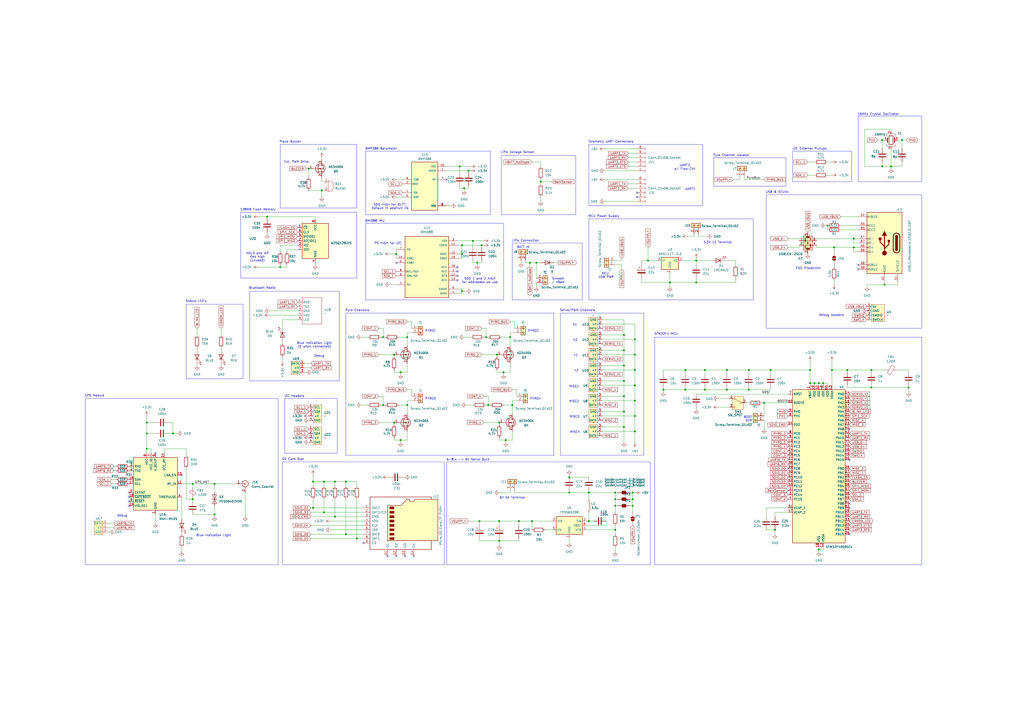
<source format=kicad_sch>
(kicad_sch (version 20250114) (generator "eeschema") (generator_version "9.0")
  (paper "A2")
  (title_block (title "Athena Flight Computer") (date "2025-07-11"))
  (rectangle (start 341.63 127) (end 436.88 173.99))
  (rectangle (start 379.73 195.58) (end 534.67 327.66))
  (rectangle (start 459.74 87.63) (end 494.03 105.41))
  (rectangle (start 259.08 267.97) (end 377.19 327.66))
  (rectangle (start 414.02 91.44) (end 455.93 107.95))
  (rectangle (start 200.66 181.61) (end 321.31 264.16))
  (rectangle (start 139.7 123.19) (end 207.01 161.29))
  (rectangle (start 297.18 140.97) (end 337.82 173.99))
  (rectangle (start 49.53 231.14) (end 161.29 327.66))
  (rectangle (start 162.56 83.82) (end 207.01 120.65))
  (rectangle (start 290.83 90.17) (end 334.01 124.46))
  (rectangle (start 212.09 87.63) (end 284.48 124.46))
  (rectangle (start 163.83 267.97) (end 257.81 327.66))
  (rectangle (start 107.95 176.53) (end 140.97 219.71))
  (rectangle (start 341.63 83.82) (end 407.67 119.38))
  (rectangle (start 444.5 113.03) (end 534.67 190.5))
  (rectangle (start 212.09 129.54) (end 292.1 173.99))
  (rectangle (start 144.78 168.91) (end 196.85 220.98))
  (rectangle (start 165.1 231.14) (end 195.58 262.89))
  (rectangle (start 497.84 67.31) (end 534.67 105.41))
  (rectangle (start 325.12 181.61) (end 373.38 264.16))
  (text "I2C Headers" (at 170.688 229.87 0) (effects (font (size 1.27 1.27))))
  (text "X1" (at 333.502 188.468 0) (effects (font (size 1.27 1.27))))
  (text "LiPo Connection" (at 304.8 139.7 0) (effects (font (size 1.27 1.27))))
  (text "X2" (at 333.756 197.358 0) (effects (font (size 1.27 1.27))))
  (text "6V 5A Terminal" (at 297.18 288.798 0) (effects (font (size 1.27 1.27))))
  (text "Telemetry UART Connectors" (at 354.33 82.296 0) (effects (font (size 1.27 1.27))))
  (text "BATT IN" (at 303.53 143.51 0) (effects (font (size 1.27 1.27))))
  (text "Y2" (at 334.264 215.138 0) (effects (font (size 1.27 1.27))))
  (text "Y1" (at 334.01 206.248 0) (effects (font (size 1.27 1.27))))
  (text "Piezo Buzzer" (at 168.402 82.296 0) (effects (font (size 1.27 1.27))))
  (text "16Mhz Crystal Oscillator" (at 509.524 66.294 0) (effects (font (size 1.27 1.27))))
  (text "Pyro Channels" (at 207.264 180.086 0) (effects (font (size 1.27 1.27))))
  (text "128MB Flash Memory" (at 149.606 121.666 0) (effects (font (size 1.27 1.27))))
  (text "Bluetooth Radio" (at 152.146 167.132 0) (effects (font (size 1.27 1.27))))
  (text "BOOT \nOVR" (at 434.34 243.078 0) (effects (font (size 1.27 1.27))))
  (text "UART1\n" (at 400.304 109.728 0) (effects (font (size 1.27 1.27))))
  (text "PYRO3" (at 249.682 231.394 0) (effects (font (size 1.27 1.27))))
  (text "LiPo Voltage Sensor" (at 300.228 88.392 0) (effects (font (size 1.27 1.27))))
  (text "MCU Power Supply" (at 350.266 125.476 0) (effects (font (size 1.27 1.27))))
  (text "I2C External Pullups" (at 469.646 86.36 0) (effects (font (size 1.27 1.27))))
  (text "SDO HIGH for 0x77.\nDefault in adafruit lib" (at 226.314 119.888 0) (effects (font (size 1.27 1.27))))
  (text "PYRO4" (at 310.642 231.394 0) (effects (font (size 1.27 1.27))))
  (text "Debug" (at 70.866 299.212 0) (effects (font (size 1.27 1.27))))
  (text "HOLD and WP\ntied high\n(unused)" (at 149.352 149.098 0) (effects (font (size 1.27 1.27))))
  (text "Blue Indication Light" (at 123.952 310.642 0) (effects (font (size 1.27 1.27))))
  (text "ESD Protection" (at 468.884 155.702 0) (effects (font (size 1.27 1.27))))
  (text "Ext. PWM Drive" (at 171.958 93.98 0) (effects (font (size 1.27 1.27))))
  (text "GPS Module" (at 54.864 229.616 0) (effects (font (size 1.27 1.27))))
  (text "Status LED's" (at 113.792 174.752 0) (effects (font (size 1.27 1.27))))
  (text "BMI088 IMU" (at 217.424 128.27 0) (effects (font (size 1.27 1.27))))
  (text "6-8.4 -> 6V Servo Buck" (at 271.526 266.7 0) (effects (font (size 1.27 1.27))))
  (text "Debug" (at 185.166 206.502 0) (effects (font (size 1.27 1.27))))
  (text "Blue Indication Light\n(0 when connected)" (at 182.372 200.152 0) (effects (font (size 1.27 1.27))))
  (text "PYRO1" (at 249.682 192.024 0) (effects (font (size 1.27 1.27))))
  (text "3.3V 1A Terminal" (at 416.306 140.716 0) (effects (font (size 1.27 1.27))))
  (text "SDO 1 and 2 HIGH\nfor addresses we use" (at 278.384 162.814 0) (effects (font (size 1.27 1.27))))
  (text "STM32F4 MCU" (at 386.334 193.802 0) (effects (font (size 1.27 1.27))))
  (text "UART3\nw/ Flow Ctrl" (at 397.256 97.028 0) (effects (font (size 1.27 1.27))))
  (text "Debug Headers" (at 482.346 182.88 0) (effects (font (size 1.27 1.27))))
  (text "MISC2" (at 332.994 232.918 0) (effects (font (size 1.27 1.27))))
  (text "MISC4" (at 333.502 250.698 0) (effects (font (size 1.27 1.27))))
  (text "PYRO2" (at 309.372 192.024 0) (effects (font (size 1.27 1.27))))
  (text "MISC3\n" (at 333.248 241.808 0) (effects (font (size 1.27 1.27))))
  (text "Pyro Channel Isolator" (at 424.18 90.17 0) (effects (font (size 1.27 1.27))))
  (text "MISC1" (at 332.994 224.282 0) (effects (font (size 1.27 1.27))))
  (text "SD Card Slot" (at 169.926 266.446 0) (effects (font (size 1.27 1.27))))
  (text "BMP388 Barometer" (at 211.836 86.36 0) (effects (font (size 1.27 1.27)) (justify left)))
  (text "MCU \nUSB PWR" (at 351.536 159.766 0) (effects (font (size 1.27 1.27))))
  (text "USB & STLink" (at 450.85 111.506 0) (effects (font (size 1.27 1.27))))
  (text "PS HIGH for I2C" (at 225.044 141.224 0) (effects (font (size 1.27 1.27))))
  (text "Servo/PWM Channels" (at 335.026 180.086 0) (effects (font (size 1.27 1.27))))
  (text "Smooth\n/ VBatt" (at 323.85 162.814 0) (effects (font (size 1.27 1.27))))
  (junction (at 421.64 214.63))
  (junction (at 469.9 222.25))
  (junction (at 505.46 214.63))
  (junction (at 472.44 222.25))
  (junction (at 341.63 285.75))
  (junction (at 311.15 152.4))
  (junction (at 181.61 279.4))
  (junction (at 477.52 222.25))
  (junction (at 397.51 226.06))
  (junction (at 222.25 195.58))
  (junction (at 341.63 302.26))
  (junction (at 361.95 220.98))
  (junction (at 511.81 96.52))
  (junction (at 361.95 229.87))
  (junction (at 356.87 307.34))
  (junction (at 523.24 81.28))
  (junction (at 480.06 130.81))
  (junction (at 361.95 247.65))
  (junction (at 181.61 294.64))
  (junction (at 368.3 250.19))
  (junction (at 447.04 214.63))
  (junction (at 187.96 279.4))
  (junction (at 474.98 318.77))
  (junction (at 297.18 234.95))
  (junction (at 482.6 214.63))
  (junction (at 292.1 215.9))
  (junction (at 85.09 251.46))
  (junction (at 288.29 205.74))
  (junction (at 434.34 226.06))
  (junction (at 505.46 224.79))
  (junction (at 495.3 138.43))
  (junction (at 200.66 309.88))
  (junction (at 308.61 302.26))
  (junction (at 269.24 109.22))
  (junction (at 124.46 298.45))
  (junction (at 186.69 110.49))
  (junction (at 368.3 232.41))
  (junction (at 267.97 142.24))
  (junction (at 228.6 245.11))
  (junction (at 384.81 226.06))
  (junction (at 421.64 226.06))
  (junction (at 367.03 285.75))
  (junction (at 516.89 96.52))
  (junction (at 283.21 234.95))
  (junction (at 289.56 313.69))
  (junction (at 403.86 151.13))
  (junction (at 513.08 165.1))
  (junction (at 491.49 214.63))
  (junction (at 367.03 289.56))
  (junction (at 232.41 255.27))
  (junction (at 279.4 142.24))
  (junction (at 356.87 285.75))
  (junction (at 527.05 224.79))
  (junction (at 85.09 245.11))
  (junction (at 368.3 223.52))
  (junction (at 434.34 214.63))
  (junction (at 154.94 125.73))
  (junction (at 289.56 302.26))
  (junction (at 375.92 151.13))
  (junction (at 356.87 293.37))
  (junction (at 232.41 215.9))
  (junction (at 276.86 152.4))
  (junction (at 207.01 312.42))
  (junction (at 361.95 194.31))
  (junction (at 100.33 251.46))
  (junction (at 397.51 214.63))
  (junction (at 187.96 297.18))
  (junction (at 194.31 299.72))
  (junction (at 179.07 97.79))
  (junction (at 474.98 222.25))
  (junction (at 368.3 205.74))
  (junction (at 495.3 143.51))
  (junction (at 483.87 143.51))
  (junction (at 222.25 234.95))
  (junction (at 289.56 245.11))
  (junction (at 229.87 147.32))
  (junction (at 361.95 238.76))
  (junction (at 85.09 260.35))
  (junction (at 162.56 154.94))
  (junction (at 267.97 147.32))
  (junction (at 368.3 241.3))
  (junction (at 361.95 203.2))
  (junction (at 293.37 255.27))
  (junction (at 408.94 226.06))
  (junction (at 266.7 96.52))
  (junction (at 469.9 214.63))
  (junction (at 271.78 99.06))
  (junction (at 124.46 280.67))
  (junction (at 278.13 302.26))
  (junction (at 511.81 81.28))
  (junction (at 200.66 279.4))
  (junction (at 236.22 195.58))
  (junction (at 356.87 289.56))
  (junction (at 307.34 152.4))
  (junction (at 449.58 307.34))
  (junction (at 443.23 233.68))
  (junction (at 408.94 214.63))
  (junction (at 281.94 195.58))
  (junction (at 111.76 289.56))
  (junction (at 313.69 105.41))
  (junction (at 228.6 205.74))
  (junction (at 295.91 195.58))
  (junction (at 368.3 196.85))
  (junction (at 194.31 279.4))
  (junction (at 361.95 212.09))
  (junction (at 267.97 168.91))
  (junction (at 368.3 214.63))
  (junction (at 236.22 234.95))
  (junction (at 330.2 276.86))
  (junction (at 300.99 302.26))
  (junction (at 111.76 280.67))
  (junction (at 330.2 285.75))
  (junction (at 388.62 163.83))
  (junction (at 274.32 139.7))
  (junction (at 367.03 293.37))
  (junction (at 403.86 163.83))
  (no_connect (at 240.03 322.58))
  (no_connect (at 492.76 292.1))
  (no_connect (at 74.93 285.75))
  (no_connect (at 265.43 154.94))
  (no_connect (at 492.76 294.64))
  (no_connect (at 234.95 322.58))
  (no_connect (at 74.93 293.37))
  (no_connect (at 492.76 266.7))
  (no_connect (at 265.43 162.56))
  (no_connect (at 265.43 160.02))
  (no_connect (at 105.41 275.59))
  (no_connect (at 492.76 309.88))
  (no_connect (at 90.17 262.89))
  (no_connect (at 265.43 157.48))
  (no_connect (at 224.79 322.58))
  (no_connect (at 74.93 288.29))
  (no_connect (at 259.08 104.14))
  (no_connect (at 210.82 314.96))
  (no_connect (at 497.84 153.67))
  (no_connect (at 229.87 322.58))
  (no_connect (at 497.84 156.21))
  (no_connect (at 74.93 290.83))
  (no_connect (at 229.87 152.4))
  (no_connect (at 492.76 248.92))
  (no_connect (at 369.57 114.3))
  (no_connect (at 369.57 111.76))
  (wire (pts (xy 105.41 280.67) (xy 111.76 280.67)))
  (wire (pts (xy 111.76 298.45) (xy 124.46 298.45)))
  (wire (pts (xy 381 151.13) (xy 375.92 151.13)))
  (wire (pts (xy 416.56 231.14) (xy 422.91 231.14)))
  (wire (pts (xy 426.72 151.13) (xy 426.72 153.67)))
  (wire (pts (xy 238.76 186.69) (xy 238.76 190.5)))
  (wire (pts (xy 473.71 138.43) (xy 473.71 139.7)))
  (wire (pts (xy 313.69 105.41) (xy 313.69 106.68)))
  (wire (pts (xy 520.7 165.1) (xy 520.7 163.83)))
  (wire (pts (xy 403.86 151.13) (xy 396.24 151.13)))
  (wire (pts (xy 283.21 234.95) (xy 284.48 234.95)))
  (wire (pts (xy 180.34 304.8) (xy 210.82 304.8)))
  (wire (pts (xy 266.7 96.52) (xy 273.05 96.52)))
  (wire (pts (xy 480.06 133.35) (xy 480.06 130.81)))
  (wire (pts (xy 425.45 104.14) (xy 429.26 104.14)))
  (wire (pts (xy 477.52 222.25) (xy 480.06 222.25)))
  (wire (pts (xy 279.4 152.4) (xy 279.4 151.13)))
  (wire (pts (xy 523.24 96.52) (xy 516.89 96.52)))
  (wire (pts (xy 111.76 289.56) (xy 107.95 289.56)))
  (wire (pts (xy 226.06 165.1) (xy 229.87 165.1)))
  (wire (pts (xy 511.81 96.52) (xy 516.89 96.52)))
  (wire (pts (xy 289.56 246.38) (xy 289.56 245.11)))
  (wire (pts (xy 280.67 245.11) (xy 289.56 245.11)))
  (wire (pts (xy 341.63 302.26) (xy 344.17 302.26)))
  (wire (pts (xy 111.76 288.29) (xy 111.76 289.56)))
  (wire (pts (xy 274.32 152.4) (xy 276.86 152.4)))
  (wire (pts (xy 523.24 81.28) (xy 523.24 86.36)))
  (wire (pts (xy 267.97 147.32) (xy 267.97 142.24)))
  (wire (pts (xy 482.6 214.63) (xy 482.6 223.52)))
  (wire (pts (xy 186.69 102.87) (xy 186.69 105.41)))
  (wire (pts (xy 398.78 137.16) (xy 402.59 137.16)))
  (wire (pts (xy 313.69 93.98) (xy 313.69 96.52)))
  (wire (pts (xy 505.46 223.52) (xy 505.46 224.79)))
  (wire (pts (xy 222.25 234.95) (xy 223.52 234.95)))
  (wire (pts (xy 238.76 193.04) (xy 236.22 193.04)))
  (wire (pts (xy 364.49 96.52) (xy 369.57 96.52)))
  (wire (pts (xy 299.72 232.41) (xy 297.18 232.41)))
  (wire (pts (xy 483.87 154.94) (xy 483.87 153.67)))
  (wire (pts (xy 356.87 151.13) (xy 360.68 151.13)))
  (wire (pts (xy 311.15 163.83) (xy 311.15 166.37)))
  (wire (pts (xy 207.01 289.56) (xy 207.01 312.42)))
  (wire (pts (xy 172.72 142.24) (xy 162.56 142.24)))
  (wire (pts (xy 349.25 220.98) (xy 361.95 220.98)))
  (wire (pts (xy 313.69 105.41) (xy 320.04 105.41)))
  (wire (pts (xy 356.87 285.75) (xy 358.14 285.75)))
  (wire (pts (xy 304.8 152.4) (xy 307.34 152.4)))
  (wire (pts (xy 87.63 260.35) (xy 85.09 260.35)))
  (wire (pts (xy 279.4 190.5) (xy 281.94 190.5)))
  (wire (pts (xy 505.46 214.63) (xy 505.46 215.9)))
  (wire (pts (xy 274.32 139.7) (xy 274.32 143.51)))
  (wire (pts (xy 349.25 247.65) (xy 361.95 247.65)))
  (wire (pts (xy 276.86 152.4) (xy 276.86 153.67)))
  (wire (pts (xy 349.25 203.2) (xy 361.95 203.2)))
  (wire (pts (xy 457.2 143.51) (xy 463.55 143.51)))
  (wire (pts (xy 267.97 168.91) (xy 267.97 170.18)))
  (wire (pts (xy 468.63 101.6) (xy 472.44 101.6)))
  (wire (pts (xy 368.3 196.85) (xy 368.3 187.96)))
  (wire (pts (xy 368.3 250.19) (xy 368.3 241.3)))
  (wire (pts (xy 368.3 241.3) (xy 349.25 241.3)))
  (wire (pts (xy 238.76 232.41) (xy 236.22 232.41)))
  (wire (pts (xy 266.7 96.52) (xy 266.7 100.33)))
  (wire (pts (xy 181.61 279.4) (xy 187.96 279.4)))
  (wire (pts (xy 288.29 215.9) (xy 288.29 214.63)))
  (wire (pts (xy 194.31 289.56) (xy 194.31 299.72)))
  (wire (pts (xy 523.24 93.98) (xy 523.24 96.52)))
  (wire (pts (xy 469.9 214.63) (xy 469.9 222.25)))
  (wire (pts (xy 295.91 186.69) (xy 298.45 186.69)))
  (wire (pts (xy 516.89 86.36) (xy 516.89 96.52)))
  (wire (pts (xy 308.61 93.98) (xy 313.69 93.98)))
  (wire (pts (xy 62.23 303.53) (xy 66.04 303.53)))
  (wire (pts (xy 491.49 223.52) (xy 491.49 224.79)))
  (wire (pts (xy 85.09 245.11) (xy 85.09 251.46)))
  (wire (pts (xy 361.95 185.42) (xy 361.95 194.31)))
  (wire (pts (xy 495.3 146.05) (xy 495.3 143.51)))
  (wire (pts (xy 224.79 276.86) (xy 226.06 276.86)))
  (wire (pts (xy 179.07 102.87) (xy 179.07 97.79)))
  (wire (pts (xy 495.3 140.97) (xy 497.84 140.97)))
  (wire (pts (xy 341.63 285.75) (xy 330.2 285.75)))
  (wire (pts (xy 180.34 312.42) (xy 207.01 312.42)))
  (wire (pts (xy 480.06 222.25) (xy 480.06 223.52)))
  (wire (pts (xy 525.78 81.28) (xy 523.24 81.28)))
  (wire (pts (xy 295.91 193.04) (xy 295.91 195.58)))
  (wire (pts (xy 271.78 109.22) (xy 271.78 107.95)))
  (wire (pts (xy 232.41 255.27) (xy 236.22 255.27)))
  (wire (pts (xy 349.25 212.09) (xy 361.95 212.09)))
  (wire (pts (xy 114.3 201.93) (xy 114.3 203.2)))
  (wire (pts (xy 447.04 214.63) (xy 447.04 217.17)))
  (wire (pts (xy 356.87 293.37) (xy 356.87 297.18)))
  (wire (pts (xy 349.25 223.52) (xy 368.3 223.52)))
  (wire (pts (xy 360.68 153.67) (xy 360.68 156.21)))
  (wire (pts (xy 85.09 260.35) (xy 85.09 262.89)))
  (wire (pts (xy 114.3 210.82) (xy 114.3 212.09)))
  (wire (pts (xy 273.05 195.58) (xy 269.24 195.58)))
  (wire (pts (xy 349.25 229.87) (xy 361.95 229.87)))
  (wire (pts (xy 200.66 289.56) (xy 200.66 309.88)))
  (wire (pts (xy 295.91 195.58) (xy 295.91 200.66)))
  (wire (pts (xy 259.08 119.38) (xy 261.62 119.38)))
  (wire (pts (xy 179.07 110.49) (xy 186.69 110.49)))
  (wire (pts (xy 236.22 195.58) (xy 236.22 200.66)))
  (wire (pts (xy 349.25 196.85) (xy 368.3 196.85)))
  (wire (pts (xy 176.53 215.9) (xy 177.8 215.9)))
  (wire (pts (xy 290.83 195.58) (xy 295.91 195.58)))
  (wire (pts (xy 265.43 147.32) (xy 267.97 147.32)))
  (wire (pts (xy 361.95 203.2) (xy 361.95 212.09)))
  (wire (pts (xy 468.63 93.98) (xy 472.44 93.98)))
  (wire (pts (xy 472.44 222.25) (xy 472.44 223.52)))
  (wire (pts (xy 474.98 222.25) (xy 474.98 223.52)))
  (wire (pts (xy 162.56 154.94) (xy 166.37 154.94)))
  (wire (pts (xy 90.17 298.45) (xy 90.17 303.53)))
  (wire (pts (xy 457.2 294.64) (xy 444.5 294.64)))
  (wire (pts (xy 194.31 279.4) (xy 194.31 281.94)))
  (wire (pts (xy 341.63 297.18) (xy 341.63 302.26)))
  (wire (pts (xy 350.52 99.06) (xy 369.57 99.06)))
  (wire (pts (xy 172.72 185.42) (xy 163.83 185.42)))
  (wire (pts (xy 469.9 222.25) (xy 472.44 222.25)))
  (wire (pts (xy 330.2 276.86) (xy 341.63 276.86)))
  (wire (pts (xy 259.08 96.52) (xy 266.7 96.52)))
  (wire (pts (xy 154.94 125.73) (xy 182.88 125.73)))
  (wire (pts (xy 267.97 167.64) (xy 267.97 168.91)))
  (wire (pts (xy 228.6 255.27) (xy 232.41 255.27)))
  (wire (pts (xy 166.37 153.67) (xy 166.37 154.94)))
  (wire (pts (xy 278.13 312.42) (xy 278.13 313.69)))
  (wire (pts (xy 236.22 232.41) (xy 236.22 234.95)))
  (wire (pts (xy 388.62 163.83) (xy 388.62 166.37)))
  (wire (pts (xy 441.96 233.68) (xy 443.23 233.68)))
  (wire (pts (xy 111.76 280.67) (xy 111.76 283.21)))
  (wire (pts (xy 361.95 229.87) (xy 361.95 238.76)))
  (wire (pts (xy 321.31 152.4) (xy 323.85 152.4)))
  (wire (pts (xy 473.71 138.43) (xy 495.3 138.43)))
  (wire (pts (xy 372.11 151.13) (xy 372.11 153.67)))
  (wire (pts (xy 527.05 223.52) (xy 527.05 224.79)))
  (wire (pts (xy 228.6 215.9) (xy 232.41 215.9)))
  (wire (pts (xy 463.55 143.51) (xy 463.55 142.24)))
  (wire (pts (xy 220.98 195.58) (xy 222.25 195.58)))
  (wire (pts (xy 219.71 205.74) (xy 228.6 205.74)))
  (wire (pts (xy 271.78 99.06) (xy 273.05 99.06)))
  (wire (pts (xy 176.53 213.36) (xy 180.34 213.36)))
  (wire (pts (xy 403.86 153.67) (xy 403.86 151.13)))
  (wire (pts (xy 477.52 222.25) (xy 477.52 223.52)))
  (wire (pts (xy 350.52 86.36) (xy 369.57 86.36)))
  (wire (pts (xy 269.24 109.22) (xy 269.24 110.49)))
  (wire (pts (xy 107.95 260.35) (xy 107.95 264.16)))
  (wire (pts (xy 505.46 214.63) (xy 513.08 214.63)))
  (wire (pts (xy 403.86 228.6) (xy 457.2 228.6)))
  (wire (pts (xy 364.49 91.44) (xy 369.57 91.44)))
  (wire (pts (xy 295.91 285.75) (xy 295.91 284.48)))
  (wire (pts (xy 403.86 163.83) (xy 388.62 163.83)))
  (wire (pts (xy 408.94 214.63) (xy 397.51 214.63)))
  (wire (pts (xy 219.71 229.87) (xy 222.25 229.87)))
  (wire (pts (xy 511.81 81.28) (xy 513.08 81.28)))
  (wire (pts (xy 449.58 307.34) (xy 449.58 309.88)))
  (wire (pts (xy 124.46 280.67) (xy 124.46 285.75)))
  (wire (pts (xy 527.05 227.33) (xy 527.05 224.79)))
  (wire (pts (xy 495.3 138.43) (xy 497.84 138.43)))
  (wire (pts (xy 434.34 226.06) (xy 434.34 224.79)))
  (wire (pts (xy 289.56 285.75) (xy 295.91 285.75)))
  (wire (pts (xy 66.04 270.51) (xy 67.31 270.51)))
  (wire (pts (xy 384.81 226.06) (xy 384.81 224.79)))
  (wire (pts (xy 105.41 288.29) (xy 105.41 300.99)))
  (wire (pts (xy 186.69 110.49) (xy 186.69 114.3)))
  (wire (pts (xy 426.72 163.83) (xy 426.72 161.29)))
  (wire (pts (xy 100.33 245.11) (xy 100.33 251.46)))
  (wire (pts (xy 340.36 302.26) (xy 341.63 302.26)))
  (wire (pts (xy 62.23 308.61) (xy 63.5 308.61)))
  (wire (pts (xy 384.81 214.63) (xy 384.81 217.17)))
  (wire (pts (xy 308.61 302.26) (xy 308.61 307.34)))
  (wire (pts (xy 149.86 154.94) (xy 162.56 154.94)))
  (wire (pts (xy 274.32 139.7) (xy 280.67 139.7)))
  (wire (pts (xy 288.29 215.9) (xy 292.1 215.9)))
  (wire (pts (xy 266.7 109.22) (xy 269.24 109.22)))
  (wire (pts (xy 384.81 226.06) (xy 397.51 226.06)))
  (wire (pts (xy 349.25 214.63) (xy 368.3 214.63)))
  (wire (pts (xy 187.96 289.56) (xy 187.96 297.18)))
  (wire (pts (xy 219.71 190.5) (xy 222.25 190.5)))
  (wire (pts (xy 186.69 91.44) (xy 186.69 92.71)))
  (wire (pts (xy 367.03 285.75) (xy 368.3 285.75)))
  (wire (pts (xy 368.3 223.52) (xy 368.3 214.63)))
  (wire (pts (xy 502.92 165.1) (xy 513.08 165.1)))
  (wire (pts (xy 176.53 210.82) (xy 180.34 210.82)))
  (wire (pts (xy 85.09 251.46) (xy 90.17 251.46)))
  (wire (pts (xy 293.37 255.27) (xy 297.18 255.27)))
  (wire (pts (xy 191.77 302.26) (xy 210.82 302.26)))
  (wire (pts (xy 298.45 284.48) (xy 298.45 285.75)))
  (wire (pts (xy 443.23 104.14) (xy 431.8 104.14)))
  (wire (pts (xy 187.96 110.49) (xy 186.69 110.49)))
  (wire (pts (xy 307.34 152.4) (xy 307.34 154.94)))
  (wire (pts (xy 124.46 298.45) (xy 124.46 299.72)))
  (wire (pts (xy 473.71 143.51) (xy 473.71 142.24)))
  (wire (pts (xy 480.06 101.6) (xy 482.6 101.6)))
  (wire (pts (xy 356.87 309.88) (xy 356.87 307.34)))
  (wire (pts (xy 356.87 153.67) (xy 360.68 153.67)))
  (wire (pts (xy 163.83 185.42) (xy 163.83 190.5)))
  (wire (pts (xy 447.04 214.63) (xy 434.34 214.63)))
  (wire (pts (xy 482.6 214.63) (xy 491.49 214.63)))
  (wire (pts (xy 367.03 297.18) (xy 367.03 293.37)))
  (wire (pts (xy 397.51 214.63) (xy 384.81 214.63)))
  (wire (pts (xy 307.34 152.4) (xy 311.15 152.4)))
  (wire (pts (xy 114.3 190.5) (xy 114.3 194.31)))
  (wire (pts (xy 124.46 293.37) (xy 124.46 298.45)))
  (wire (pts (xy 279.4 205.74) (xy 288.29 205.74)))
  (wire (pts (xy 267.97 168.91) (xy 270.51 168.91)))
  (wire (pts (xy 300.99 302.26) (xy 300.99 304.8)))
  (wire (pts (xy 293.37 255.27) (xy 293.37 256.54)))
  (wire (pts (xy 172.72 144.78) (xy 166.37 144.78)))
  (wire (pts (xy 356.87 293.37) (xy 358.14 293.37)))
  (wire (pts (xy 64.77 278.13) (xy 67.31 278.13)))
  (wire (pts (xy 265.43 149.86) (xy 267.97 149.86)))
  (wire (pts (xy 330.2 312.42) (xy 330.2 314.96)))
  (wire (pts (xy 349.25 232.41) (xy 368.3 232.41)))
  (wire (pts (xy 402.59 137.16) (xy 402.59 135.89)))
  (wire (pts (xy 408.94 226.06) (xy 421.64 226.06)))
  (wire (pts (xy 520.7 214.63) (xy 527.05 214.63)))
  (wire (pts (xy 397.51 226.06) (xy 408.94 226.06)))
  (wire (pts (xy 233.68 276.86) (xy 234.95 276.86)))
  (wire (pts (xy 356.87 307.34) (xy 340.36 307.34)))
  (wire (pts (xy 64.77 280.67) (xy 67.31 280.67)))
  (wire (pts (xy 469.9 222.25) (xy 469.9 223.52)))
  (wire (pts (xy 375.92 151.13) (xy 372.11 151.13)))
  (wire (pts (xy 474.98 318.77) (xy 474.98 317.5)))
  (wire (pts (xy 292.1 215.9) (xy 292.1 217.17)))
  (wire (pts (xy 364.49 106.68) (xy 369.57 106.68)))
  (wire (pts (xy 181.61 289.56) (xy 181.61 294.64)))
  (wire (pts (xy 300.99 302.26) (xy 308.61 302.26)))
  (wire (pts (xy 281.94 190.5) (xy 281.94 195.58)))
  (wire (pts (xy 220.98 234.95) (xy 222.25 234.95)))
  (wire (pts (xy 365.76 293.37) (xy 367.03 293.37)))
  (wire (pts (xy 87.63 262.89) (xy 87.63 260.35)))
  (wire (pts (xy 213.36 234.95) (xy 209.55 234.95)))
  (wire (pts (xy 364.49 88.9) (xy 369.57 88.9)))
  (wire (pts (xy 187.96 297.18) (xy 210.82 297.18)))
  (wire (pts (xy 124.46 280.67) (xy 137.16 280.67)))
  (wire (pts (xy 511.81 81.28) (xy 511.81 86.36)))
  (wire (pts (xy 187.96 279.4) (xy 187.96 281.94)))
  (wire (pts (xy 509.27 81.28) (xy 511.81 81.28)))
  (wire (pts (xy 384.81 226.06) (xy 384.81 227.33)))
  (wire (pts (xy 491.49 214.63) (xy 505.46 214.63)))
  (wire (pts (xy 62.23 306.07) (xy 66.04 306.07)))
  (wire (pts (xy 107.95 271.78) (xy 107.95 289.56)))
  (wire (pts (xy 236.22 193.04) (xy 236.22 195.58)))
  (wire (pts (xy 278.13 302.26) (xy 278.13 304.8)))
  (wire (pts (xy 292.1 215.9) (xy 295.91 215.9)))
  (wire (pts (xy 304.8 152.4) (xy 304.8 151.13)))
  (wire (pts (xy 200.66 309.88) (xy 210.82 309.88)))
  (wire (pts (xy 128.27 201.93) (xy 128.27 203.2)))
  (wire (pts (xy 142.24 285.75) (xy 142.24 299.72)))
  (wire (pts (xy 491.49 215.9) (xy 491.49 214.63)))
  (wire (pts (xy 444.5 307.34) (xy 449.58 307.34)))
  (wire (pts (xy 300.99 313.69) (xy 300.99 312.42)))
  (wire (pts (xy 289.56 255.27) (xy 293.37 255.27)))
  (wire (pts (xy 85.09 241.3) (xy 85.09 245.11)))
  (wire (pts (xy 361.95 212.09) (xy 361.95 220.98)))
  (wire (pts (xy 308.61 302.26) (xy 320.04 302.26)))
  (wire (pts (xy 474.98 222.25) (xy 477.52 222.25)))
  (wire (pts (xy 156.21 182.88) (xy 172.72 182.88)))
  (wire (pts (xy 295.91 210.82) (xy 295.91 215.9)))
  (wire (pts (xy 283.21 229.87) (xy 283.21 234.95)))
  (wire (pts (xy 222.25 229.87) (xy 222.25 234.95)))
  (wire (pts (xy 403.86 236.22) (xy 403.86 237.49)))
  (wire (pts (xy 408.94 214.63) (xy 408.94 217.17)))
  (wire (pts (xy 289.56 313.69) (xy 289.56 316.23)))
  (wire (pts (xy 313.69 114.3) (xy 313.69 116.84)))
  (wire (pts (xy 495.3 143.51) (xy 497.84 143.51)))
  (wire (pts (xy 232.41 215.9) (xy 232.41 217.17)))
  (wire (pts (xy 474.98 320.04) (xy 474.98 318.77)))
  (wire (pts (xy 228.6 215.9) (xy 228.6 214.63)))
  (wire (pts (xy 297.18 226.06) (xy 299.72 226.06)))
  (wire (pts (xy 181.61 279.4) (xy 181.61 281.94)))
  (wire (pts (xy 228.6 255.27) (xy 228.6 254)))
  (wire (pts (xy 356.87 285.75) (xy 341.63 285.75)))
  (wire (pts (xy 280.67 195.58) (xy 281.94 195.58)))
  (wire (pts (xy 97.79 245.11) (xy 100.33 245.11)))
  (wire (pts (xy 236.22 186.69) (xy 238.76 186.69)))
  (wire (pts (xy 97.79 251.46) (xy 100.33 251.46)))
  (wire (pts (xy 356.87 304.8) (xy 356.87 307.34)))
  (wire (pts (xy 200.66 279.4) (xy 200.66 281.94)))
  (wire (pts (xy 236.22 250.19) (xy 236.22 255.27)))
  (wire (pts (xy 267.97 170.18) (xy 265.43 170.18)))
  (wire (pts (xy 368.3 241.3) (xy 368.3 232.41)))
  (wire (pts (xy 372.11 161.29) (xy 372.11 163.83)))
  (wire (pts (xy 350.52 104.14) (xy 369.57 104.14)))
  (wire (pts (xy 405.13 135.89) (xy 405.13 137.16)))
  (wire (pts (xy 207.01 279.4) (xy 207.01 281.94)))
  (wire (pts (xy 340.36 304.8) (xy 351.79 304.8)))
  (wire (pts (xy 259.08 99.06) (xy 271.78 99.06)))
  (wire (pts (xy 431.8 104.14) (xy 431.8 102.87)))
  (wire (pts (xy 281.94 234.95) (xy 283.21 234.95)))
  (wire (pts (xy 177.8 97.79) (xy 179.07 97.79)))
  (wire (pts (xy 501.65 96.52) (xy 511.81 96.52)))
  (wire (pts (xy 231.14 195.58) (xy 236.22 195.58)))
  (wire (pts (xy 350.52 116.84) (xy 369.57 116.84)))
  (wire (pts (xy 229.87 114.3) (xy 233.68 114.3)))
  (wire (pts (xy 292.1 234.95) (xy 297.18 234.95)))
  (wire (pts (xy 100.33 251.46) (xy 102.87 251.46)))
  (wire (pts (xy 421.64 214.63) (xy 408.94 214.63)))
  (wire (pts (xy 368.3 214.63) (xy 368.3 205.74)))
  (wire (pts (xy 361.95 220.98) (xy 361.95 229.87)))
  (wire (pts (xy 154.94 134.62) (xy 154.94 135.89)))
  (wire (pts (xy 511.81 93.98) (xy 511.81 96.52)))
  (wire (pts (xy 207.01 312.42) (xy 210.82 312.42)))
  (wire (pts (xy 443.23 233.68) (xy 457.2 233.68)))
  (wire (pts (xy 368.3 205.74) (xy 368.3 196.85)))
  (wire (pts (xy 85.09 251.46) (xy 85.09 260.35)))
  (wire (pts (xy 421.64 226.06) (xy 421.64 224.79)))
  (wire (pts (xy 297.18 232.41) (xy 297.18 234.95)))
  (wire (pts (xy 482.6 209.55) (xy 482.6 214.63)))
  (wire (pts (xy 447.04 226.06) (xy 447.04 224.79)))
  (wire (pts (xy 443.23 243.84) (xy 443.23 248.92)))
  (wire (pts (xy 229.87 147.32) (xy 226.06 147.32)))
  (wire (pts (xy 444.5 294.64) (xy 444.5 299.72)))
  (wire (pts (xy 330.2 275.59) (xy 330.2 276.86)))
  (wire (pts (xy 299.72 226.06) (xy 299.72 229.87)))
  (wire (pts (xy 477.52 317.5) (xy 477.52 318.77)))
  (wire (pts (xy 278.13 313.69) (xy 289.56 313.69)))
  (wire (pts (xy 505.46 224.79) (xy 527.05 224.79)))
  (wire (pts (xy 186.69 105.41) (xy 187.96 105.41)))
  (wire (pts (xy 163.83 198.12) (xy 163.83 199.39)))
  (wire (pts (xy 405.13 137.16) (xy 410.21 137.16)))
  (wire (pts (xy 349.25 185.42) (xy 361.95 185.42)))
  (wire (pts (xy 434.34 214.63) (xy 421.64 214.63)))
  (wire (pts (xy 267.97 142.24) (xy 279.4 142.24)))
  (wire (pts (xy 316.23 307.34) (xy 320.04 307.34)))
  (wire (pts (xy 434.34 226.06) (xy 447.04 226.06)))
  (wire (pts (xy 513.08 165.1) (xy 520.7 165.1)))
  (wire (pts (xy 222.25 190.5) (xy 222.25 195.58)))
  (wire (pts (xy 487.68 125.73) (xy 497.84 125.73)))
  (wire (pts (xy 228.6 207.01) (xy 228.6 205.74)))
  (wire (pts (xy 349.25 205.74) (xy 368.3 205.74)))
  (wire (pts (xy 279.4 142.24) (xy 279.4 143.51)))
  (wire (pts (xy 180.34 309.88) (xy 200.66 309.88)))
  (wire (pts (xy 194.31 279.4) (xy 200.66 279.4)))
  (wire (pts (xy 162.56 142.24) (xy 162.56 146.05)))
  (wire (pts (xy 349.25 238.76) (xy 361.95 238.76)))
  (wire (pts (xy 527.05 214.63) (xy 527.05 215.9)))
  (wire (pts (xy 265.43 139.7) (xy 274.32 139.7)))
  (wire (pts (xy 497.84 146.05) (xy 495.3 146.05)))
  (wire (pts (xy 228.6 246.38) (xy 228.6 245.11)))
  (wire (pts (xy 271.78 99.06) (xy 271.78 100.33)))
  (wire (pts (xy 194.31 299.72) (xy 210.82 299.72)))
  (wire (pts (xy 478.79 130.81) (xy 480.06 130.81)))
  (wire (pts (xy 111.76 289.56) (xy 111.76 290.83)))
  (wire (pts (xy 388.62 163.83) (xy 372.11 163.83)))
  (wire (pts (xy 523.24 81.28) (xy 520.7 81.28)))
  (wire (pts (xy 279.4 142.24) (xy 280.67 142.24)))
  (wire (pts (xy 269.24 109.22) (xy 271.78 109.22)))
  (wire (pts (xy 236.22 210.82) (xy 236.22 215.9)))
  (wire (pts (xy 232.41 215.9) (xy 236.22 215.9)))
  (wire (pts (xy 368.3 187.96) (xy 349.25 187.96)))
  (wire (pts (xy 222.25 195.58) (xy 223.52 195.58)))
  (wire (pts (xy 365.76 289.56) (xy 367.03 289.56)))
  (wire (pts (xy 265.43 142.24) (xy 267.97 142.24)))
  (wire (pts (xy 365.76 285.75) (xy 367.03 285.75)))
  (wire (pts (xy 95.25 260.35) (xy 95.25 262.89)))
  (wire (pts (xy 238.76 226.06) (xy 238.76 229.87)))
  (wire (pts (xy 200.66 279.4) (xy 207.01 279.4)))
  (wire (pts (xy 298.45 193.04) (xy 295.91 193.04)))
  (wire (pts (xy 495.3 138.43) (xy 495.3 140.97)))
  (wire (pts (xy 416.56 236.22) (xy 422.91 236.22)))
  (wire (pts (xy 487.68 130.81) (xy 497.84 130.81)))
  (wire (pts (xy 289.56 313.69) (xy 300.99 313.69)))
  (wire (pts (xy 278.13 302.26) (xy 289.56 302.26)))
  (wire (pts (xy 330.2 285.75) (xy 330.2 284.48)))
  (wire (pts (xy 298.45 285.75) (xy 330.2 285.75)))
  (wire (pts (xy 502.92 165.1) (xy 502.92 166.37)))
  (wire (pts (xy 105.41 317.5) (xy 105.41 320.04)))
  (wire (pts (xy 469.9 214.63) (xy 447.04 214.63)))
  (wire (pts (xy 463.55 138.43) (xy 457.2 138.43)))
  (wire (pts (xy 368.3 256.54) (xy 368.3 250.19)))
  (wire (pts (xy 364.49 109.22) (xy 369.57 109.22)))
  (wire (pts (xy 280.67 229.87) (xy 283.21 229.87)))
  (wire (pts (xy 107.95 260.35) (xy 95.25 260.35)))
  (wire (pts (xy 351.79 304.8) (xy 351.79 302.26)))
  (wire (pts (xy 516.89 74.93) (xy 516.89 76.2)))
  (wire (pts (xy 397.51 214.63) (xy 397.51 217.17)))
  (wire (pts (xy 219.71 245.11) (xy 228.6 245.11)))
  (wire (pts (xy 361.95 247.65) (xy 361.95 256.54)))
  (wire (pts (xy 266.7 107.95) (xy 266.7 109.22)))
  (wire (pts (xy 473.71 143.51) (xy 483.87 143.51)))
  (wire (pts (xy 180.34 294.64) (xy 181.61 294.64)))
  (wire (pts (xy 231.14 234.95) (xy 236.22 234.95)))
  (wire (pts (xy 271.78 302.26) (xy 278.13 302.26)))
  (wire (pts (xy 483.87 162.56) (xy 483.87 165.1)))
  (wire (pts (xy 111.76 280.67) (xy 124.46 280.67)))
  (wire (pts (xy 297.18 234.95) (xy 297.18 240.03)))
  (wire (pts (xy 181.61 294.64) (xy 210.82 294.64)))
  (wire (pts (xy 420.37 151.13) (xy 426.72 151.13)))
  (wire (pts (xy 403.86 151.13) (xy 412.75 151.13)))
  (wire (pts (xy 408.94 226.06) (xy 408.94 224.79)))
  (wire (pts (xy 162.56 153.67) (xy 162.56 154.94)))
  (wire (pts (xy 298.45 186.69) (xy 298.45 190.5)))
  (wire (pts (xy 403.86 161.29) (xy 403.86 163.83)))
  (wire (pts (xy 311.15 152.4) (xy 311.15 161.29)))
  (wire (pts (xy 356.87 289.56) (xy 358.14 289.56)))
  (wire (pts (xy 421.64 226.06) (xy 434.34 226.06)))
  (wire (pts (xy 267.97 149.86) (xy 267.97 147.32)))
  (wire (pts (xy 487.68 133.35) (xy 497.84 133.35)))
  (wire (pts (xy 463.55 139.7) (xy 463.55 138.43)))
  (wire (pts (xy 187.96 279.4) (xy 194.31 279.4)))
  (wire (pts (xy 289.56 302.26) (xy 300.99 302.26)))
  (wire (pts (xy 443.23 233.68) (xy 443.23 241.3)))
  (wire (pts (xy 311.15 152.4) (xy 313.69 152.4)))
  (wire (pts (xy 182.88 152.4) (xy 182.88 153.67)))
  (wire (pts (xy 166.37 144.78) (xy 166.37 146.05)))
  (wire (pts (xy 289.56 255.27) (xy 289.56 254)))
  (wire (pts (xy 483.87 143.51) (xy 483.87 146.05)))
  (wire (pts (xy 513.08 163.83) (xy 513.08 165.1)))
  (wire (pts (xy 232.41 255.27) (xy 232.41 256.54)))
  (wire (pts (xy 449.58 297.18) (xy 457.2 297.18)))
  (wire (pts (xy 229.87 104.14) (xy 233.68 104.14)))
  (wire (pts (xy 429.26 104.14) (xy 429.26 102.87)))
  (wire (pts (xy 128.27 190.5) (xy 128.27 194.31)))
  (wire (pts (xy 289.56 312.42) (xy 289.56 313.69)))
  (wire (pts (xy 516.89 74.93) (xy 501.65 74.93)))
  (wire (pts (xy 313.69 104.14) (xy 313.69 105.41)))
  (wire (pts (xy 349.25 194.31) (xy 361.95 194.31)))
  (wire (pts (xy 105.41 308.61) (xy 105.41 309.88)))
  (wire (pts (xy 360.68 151.13) (xy 360.68 149.86)))
  (wire (pts (xy 289.56 302.26) (xy 289.56 304.8)))
  (wire (pts (xy 281.94 195.58) (xy 283.21 195.58)))
  (wire (pts (xy 356.87 285.75) (xy 356.87 289.56)))
  (wire (pts (xy 397.51 226.06) (xy 397.51 224.79)))
  (wire (pts (xy 434.34 214.63) (xy 434.34 217.17)))
  (wire (pts (xy 483.87 143.51) (xy 495.3 143.51)))
  (wire (pts (xy 433.07 233.68) (xy 434.34 233.68)))
  (wire (pts (xy 368.3 232.41) (xy 368.3 223.52)))
  (wire (pts (xy 288.29 207.01) (xy 288.29 205.74)))
  (wire (pts (xy 516.89 96.52) (xy 516.89 97.79)))
  (wire (pts (xy 356.87 289.56) (xy 356.87 293.37)))
  (wire (pts (xy 480.06 93.98) (xy 482.6 93.98)))
  (wire (pts (xy 180.34 299.72) (xy 194.31 299.72)))
  (wire (pts (xy 472.44 222.25) (xy 474.98 222.25)))
  (wire (pts (xy 276.86 152.4) (xy 279.4 152.4)))
  (wire (pts (xy 180.34 297.18) (xy 187.96 297.18)))
  (wire (pts (xy 229.87 147.32) (xy 229.87 149.86)))
  (wire (pts (xy 341.63 289.56) (xy 341.63 285.75)))
  (wire (pts (xy 85.09 245.11) (xy 90.17 245.11)))
  (wire (pts (xy 469.9 209.55) (xy 469.9 214.63)))
  (wire (pts (xy 403.86 149.86) (xy 403.86 151.13)))
  (wire (pts (xy 491.49 224.79) (xy 505.46 224.79)))
  (wire (pts (xy 477.52 318.77) (xy 474.98 318.77)))
  (wire (pts (xy 265.43 167.64) (xy 267.97 167.64)))
  (wire (pts (xy 236.22 226.06) (xy 238.76 226.06)))
  (wire (pts (xy 182.88 125.73) (xy 182.88 127)))
  (wire (pts (xy 403.86 163.83) (xy 426.72 163.83)))
  (wire (pts (xy 361.95 238.76) (xy 361.95 247.65)))
  (wire (pts (xy 367.03 289.56) (xy 367.03 285.75)))
  (wire (pts (xy 341.63 285.75) (xy 341.63 284.48)))
  (wire (pts (xy 501.65 74.93) (xy 501.65 96.52)))
  (wire (pts (xy 421.64 214.63) (xy 421.64 217.17)))
  (wire (pts (xy 229.87 144.78) (xy 229.87 147.32)))
  (wire (pts (xy 302.26 151.13) (xy 302.26 152.4)))
  (wire (pts (xy 128.27 210.82) (xy 128.27 212.09)))
  (wire (pts (xy 274.32 234.95) (xy 270.51 234.95)))
  (wire (pts (xy 154.94 125.73) (xy 154.94 127)))
  (wire (pts (xy 163.83 207.01) (xy 163.83 209.55)))
  (wire (pts (xy 274.32 151.13) (xy 274.32 152.4)))
  (wire (pts (xy 297.18 250.19) (xy 297.18 255.27)))
  (wire (pts (xy 449.58 299.72) (xy 449.58 297.18)))
  (wire (pts (xy 361.95 194.31) (xy 361.95 203.2)))
  (wire (pts (xy 213.36 195.58) (xy 209.55 195.58)))
  (wire (pts (xy 66.04 273.05) (xy 67.31 273.05)))
  (wire (pts (xy 191.77 307.34) (xy 210.82 307.34)))
  (wire (pts (xy 364.49 93.98) (xy 369.57 93.98)))
  (wire (pts (xy 368.3 250.19) (xy 349.25 250.19)))
  (wire (pts (xy 388.62 158.75) (xy 388.62 163.83)))
  (wire (pts (xy 149.86 125.73) (xy 154.94 125.73)))
  (wire (pts (xy 156.21 180.34) (xy 172.72 180.34)))
  (wire (pts (xy 181.61 275.59) (xy 181.61 279.4)))
  (wire (pts (xy 236.22 234.95) (xy 236.22 240.03)))
  (wire (pts (xy 367.03 293.37) (xy 367.03 289.56)))
  (wire (pts (xy 375.92 143.51) (xy 375.92 151.13)))
  (wire (pts (xy 356.87 317.5) (xy 356.87 320.04)))
  (label "PyroBus" (at 433.07 104.14 0))
  (label "BOOT0" (at 450.85 233.68 0))
  (label "NRST" (at 441.96 228.6 0))
  (label "GPS_ANT" (at 113.03 280.67 0))
  (global_label "UART1_RX" (shape input) (at 364.49 109.22 180) (property "Intersheetrefs" "${INTERSHEET_REFS}" (effects (hide yes))))
  (global_label "UART1_TX" (shape input) (at 172.72 175.26 180) (property "Intersheetrefs" "${INTERSHEET_REFS}" (effects (hide yes))))
  (global_label "SPI1_MISO" (shape input) (at 172.72 139.7 180) (property "Intersheetrefs" "${INTERSHEET_REFS}" (effects (hide yes))))
  (global_label "PH1" (shape input) (at 457.2 241.3 180) (property "Intersheetrefs" "${INTERSHEET_REFS}" (effects (hide yes))))
  (global_label "SDIO_CK" (shape input) (at 180.34 304.8 180) (property "Intersheetrefs" "${INTERSHEET_REFS}" (effects (hide yes))))
  (global_label "PYRO_2" (shape input) (at 457.2 254 180) (property "Intersheetrefs" "${INTERSHEET_REFS}" (effects (hide yes))))
  (global_label "SDA_1" (shape input) (at 492.76 289.56 0) (property "Intersheetrefs" "${INTERSHEET_REFS}" (effects (hide yes))))
  (global_label "MISC_1" (shape input) (at 349.25 252.73 0) (property "Intersheetrefs" "${INTERSHEET_REFS}" (effects (hide yes))))
  (global_label "UART3_RTS" (shape input) (at 364.49 93.98 180) (property "Intersheetrefs" "${INTERSHEET_REFS}" (effects (hide yes))))
  (global_label "SDIO_D3" (shape input) (at 457.2 279.4 180) (property "Intersheetrefs" "${INTERSHEET_REFS}" (effects (hide yes))))
  (global_label "UART1_TX" (shape input) (at 364.49 106.68 180) (property "Intersheetrefs" "${INTERSHEET_REFS}" (effects (hide yes))))
  (global_label "MISC_4" (shape input) (at 492.76 243.84 0) (property "Intersheetrefs" "${INTERSHEET_REFS}" (effects (hide yes))))
  (global_label "SCL_1" (shape input) (at 179.07 248.92 180) (property "Intersheetrefs" "${INTERSHEET_REFS}" (effects (hide yes))))
  (global_label "SERVO_Y2" (shape input) (at 349.25 190.5 0) (property "Intersheetrefs" "${INTERSHEET_REFS}" (effects (hide yes))))
  (global_label "SCL_1" (shape input) (at 229.87 157.48 180) (property "Intersheetrefs" "${INTERSHEET_REFS}" (effects (hide yes))))
  (global_label "USB_D+" (shape input) (at 492.76 259.08 0) (property "Intersheetrefs" "${INTERSHEET_REFS}" (effects (hide yes))))
  (global_label "PYRO_4" (shape input) (at 457.2 259.08 180) (property "Intersheetrefs" "${INTERSHEET_REFS}" (effects (hide yes))))
  (global_label "SDIO_D1" (shape input) (at 457.2 274.32 180) (property "Intersheetrefs" "${INTERSHEET_REFS}" (effects (hide yes))))
  (global_label "SCL_1" (shape input) (at 233.68 106.68 180) (property "Intersheetrefs" "${INTERSHEET_REFS}" (effects (hide yes))))
  (global_label "PYRO_1" (shape input) (at 219.71 205.74 180) (property "Intersheetrefs" "${INTERSHEET_REFS}" (effects (hide yes))))
  (global_label "USB_D+" (shape input) (at 457.2 143.51 180) (property "Intersheetrefs" "${INTERSHEET_REFS}" (effects (hide yes))))
  (global_label "UART6_TX" (shape input) (at 457.2 266.7 180) (property "Intersheetrefs" "${INTERSHEET_REFS}" (effects (hide yes))))
  (global_label "VBATT_NoDiode" (shape output) (at 307.34 154.94 270) (property "Intersheetrefs" "${INTERSHEET_REFS}" (effects (hide yes))))
  (global_label "PYRO_BUS" (shape input) (at 443.23 104.14 0) (property "Intersheetrefs" "${INTERSHEET_REFS}" (effects (hide yes))))
  (global_label "MISC_4" (shape input) (at 349.25 226.06 0) (property "Intersheetrefs" "${INTERSHEET_REFS}" (effects (hide yes))))
  (global_label "SDIO_D0" (shape input) (at 457.2 271.78 180) (property "Intersheetrefs" "${INTERSHEET_REFS}" (effects (hide yes))))
  (global_label "PYRO_3" (shape input) (at 219.71 245.11 180) (property "Intersheetrefs" "${INTERSHEET_REFS}" (effects (hide yes))))
  (global_label "SERVO_Y1" (shape input) (at 349.25 199.39 0) (property "Intersheetrefs" "${INTERSHEET_REFS}" (effects (hide yes))))
  (global_label "SPI1_MOSI" (shape input) (at 492.76 284.48 0) (property "Intersheetrefs" "${INTERSHEET_REFS}" (effects (hide yes))))
  (global_label "VSUPPLY" (shape output) (at 323.85 152.4 0) (property "Intersheetrefs" "${INTERSHEET_REFS}" (effects (hide yes))))
  (global_label "CONT_4" (shape input) (at 280.67 229.87 180) (property "Intersheetrefs" "${INTERSHEET_REFS}" (effects (hide yes))))
  (global_label "VSUPPLY" (shape input) (at 360.68 156.21 270) (property "Intersheetrefs" "${INTERSHEET_REFS}" (effects (hide yes))))
  (global_label "SDA_1" (shape input) (at 179.07 238.76 180) (property "Intersheetrefs" "${INTERSHEET_REFS}" (effects (hide yes))))
  (global_label "PYRO_BUS" (shape input) (at 295.91 186.69 180) (property "Intersheetrefs" "${INTERSHEET_REFS}" (effects (hide yes))))
  (global_label "UART6_TX" (shape input) (at 66.04 270.51 180) (property "Intersheetrefs" "${INTERSHEET_REFS}" (effects (hide yes))))
  (global_label "UART3_TX" (shape input) (at 364.49 88.9 180) (property "Intersheetrefs" "${INTERSHEET_REFS}" (effects (hide yes))))
  (global_label "PYRO_2" (shape input) (at 279.4 205.74 180) (property "Intersheetrefs" "${INTERSHEET_REFS}" (effects (hide yes))))
  (global_label "PYRO_BUS" (shape input) (at 297.18 226.06 180) (property "Intersheetrefs" "${INTERSHEET_REFS}" (effects (hide yes))))
  (global_label "CONT_3" (shape input) (at 457.2 287.02 180) (property "Intersheetrefs" "${INTERSHEET_REFS}" (effects (hide yes))))
  (global_label "SCL_1" (shape input) (at 179.07 236.22 180) (property "Intersheetrefs" "${INTERSHEET_REFS}" (effects (hide yes))))
  (global_label "UART6_RX" (shape input) (at 66.04 273.05 180) (property "Intersheetrefs" "${INTERSHEET_REFS}" (effects (hide yes))))
  (global_label "SPI1_MISO" (shape input) (at 492.76 281.94 0) (property "Intersheetrefs" "${INTERSHEET_REFS}" (effects (hide yes))))
  (global_label "UART3_CTS" (shape input) (at 492.76 304.8 0) (property "Intersheetrefs" "${INTERSHEET_REFS}" (effects (hide yes))))
  (global_label "CONT_1" (shape input) (at 219.71 190.5 180) (property "Intersheetrefs" "${INTERSHEET_REFS}" (effects (hide yes))))
  (global_label "VSUPPLY" (shape input) (at 375.92 143.51 90) (property "Intersheetrefs" "${INTERSHEET_REFS}" (effects (hide yes))))
  (global_label "SWCLK" (shape input) (at 492.76 264.16 0) (property "Intersheetrefs" "${INTERSHEET_REFS}" (effects (hide yes))))
  (global_label "UART3_CTS" (shape input) (at 364.49 96.52 180) (property "Intersheetrefs" "${INTERSHEET_REFS}" (effects (hide yes))))
  (global_label "UART1_RX" (shape input) (at 492.76 254 0) (property "Intersheetrefs" "${INTERSHEET_REFS}" (effects (hide yes))))
  (global_label "SCL_1" (shape input) (at 492.76 287.02 0) (property "Intersheetrefs" "${INTERSHEET_REFS}" (effects (hide yes))))
  (global_label "ERROR_LED" (shape input) (at 492.76 302.26 0) (property "Intersheetrefs" "${INTERSHEET_REFS}" (effects (hide yes))))
  (global_label "MISC_2" (shape input) (at 492.76 271.78 0) (property "Intersheetrefs" "${INTERSHEET_REFS}" (effects (hide yes))))
  (global_label "VSUPPLY" (shape input) (at 271.78 302.26 180) (property "Intersheetrefs" "${INTERSHEET_REFS}" (effects (hide yes))))
  (global_label "BUZZER" (shape input) (at 177.8 97.79 180) (property "Intersheetrefs" "${INTERSHEET_REFS}" (effects (hide yes))))
  (global_label "UART6_RX" (shape input) (at 66.04 306.07 0) (property "Intersheetrefs" "${INTERSHEET_REFS}" (effects (hide yes))))
  (global_label "SPI1_SCK" (shape input) (at 172.72 134.62 180) (property "Intersheetrefs" "${INTERSHEET_REFS}" (effects (hide yes))))
  (global_label "PYRO_1" (shape input) (at 457.2 251.46 180) (property "Intersheetrefs" "${INTERSHEET_REFS}" (effects (hide yes))))
  (global_label "SCL_1" (shape input) (at 64.77 280.67 180) (property "Intersheetrefs" "${INTERSHEET_REFS}" (effects (hide yes))))
  (global_label "SDIO_CK" (shape input) (at 457.2 281.94 180) (property "Intersheetrefs" "${INTERSHEET_REFS}" (effects (hide yes))))
  (global_label "UART1_TX" (shape input) (at 180.34 210.82 0) (property "Intersheetrefs" "${INTERSHEET_REFS}" (effects (hide yes))))
  (global_label "USB_D-" (shape input) (at 457.2 138.43 180) (property "Intersheetrefs" "${INTERSHEET_REFS}" (effects (hide yes))))
  (global_label "VSUPPLY" (shape input) (at 367.03 304.8 270) (property "Intersheetrefs" "${INTERSHEET_REFS}" (effects (hide yes))))
  (global_label "SERVO_X1" (shape input) (at 492.76 236.22 0) (property "Intersheetrefs" "${INTERSHEET_REFS}" (effects (hide yes))))
  (global_label "PYRO_BUS" (shape input) (at 236.22 226.06 180) (property "Intersheetrefs" "${INTERSHEET_REFS}" (effects (hide yes))))
  (global_label "PH0" (shape input) (at 457.2 238.76 180) (property "Intersheetrefs" "${INTERSHEET_REFS}" (effects (hide yes))))
  (global_label "UART6_TX" (shape input) (at 66.04 303.53 0) (property "Intersheetrefs" "${INTERSHEET_REFS}" (effects (hide yes))))
  (global_label "CONT_2" (shape input) (at 279.4 190.5 180) (property "Intersheetrefs" "${INTERSHEET_REFS}" (effects (hide yes))))
  (global_label "BatVSensor" (shape input) (at 457.2 284.48 180) (property "Intersheetrefs" "${INTERSHEET_REFS}" (effects (hide yes))))
  (global_label "CONT_2" (shape input) (at 457.2 264.16 180) (property "Intersheetrefs" "${INTERSHEET_REFS}" (effects (hide yes))))
  (global_label "UART3_RX" (shape input) (at 492.76 299.72 0) (property "Intersheetrefs" "${INTERSHEET_REFS}" (effects (hide yes))))
  (global_label "PH0" (shape input) (at 525.78 81.28 0) (property "Intersheetrefs" "${INTERSHEET_REFS}" (effects (hide yes))))
  (global_label "USB_VBUS" (shape input) (at 468.63 134.62 90) (property "Intersheetrefs" "${INTERSHEET_REFS}" (effects (hide yes))))
  (global_label "SDIO_CMD" (shape input) (at 457.2 246.38 180) (property "Intersheetrefs" "${INTERSHEET_REFS}" (effects (hide yes))))
  (global_label "BLINK_LED" (shape input) (at 114.3 190.5 90) (property "Intersheetrefs" "${INTERSHEET_REFS}" (effects (hide yes))))
  (global_label "SDA_1" (shape input) (at 468.63 101.6 180) (property "Intersheetrefs" "${INTERSHEET_REFS}" (effects (hide yes))))
  (global_label "UART1_TX" (shape input) (at 492.76 251.46 0) (property "Intersheetrefs" "${INTERSHEET_REFS}" (effects (hide yes))))
  (global_label "BUZZER" (shape input) (at 492.76 279.4 0) (property "Intersheetrefs" "${INTERSHEET_REFS}" (effects (hide yes))))
  (global_label "CONT_1" (shape input) (at 457.2 261.62 180) (property "Intersheetrefs" "${INTERSHEET_REFS}" (effects (hide yes))))
  (global_label "USB_VBUS" (shape input) (at 502.92 177.8 180) (property "Intersheetrefs" "${INTERSHEET_REFS}" (effects (hide yes))))
  (global_label "SDIO_D1" (shape input) (at 180.34 312.42 180) (property "Intersheetrefs" "${INTERSHEET_REFS}" (effects (hide yes))))
  (global_label "FLASH_CS" (shape input) (at 492.76 276.86 0) (property "Intersheetrefs" "${INTERSHEET_REFS}" (effects (hide yes))))
  (global_label "SWDIO" (shape input) (at 492.76 261.62 0) (property "Intersheetrefs" "${INTERSHEET_REFS}" (effects (hide yes))))
  (global_label "SWDIO" (shape input) (at 502.92 182.88 180) (property "Intersheetrefs" "${INTERSHEET_REFS}" (effects (hide yes))))
  (global_label "PYRO_BUS" (shape input) (at 236.22 186.69 180) (property "Intersheetrefs" "${INTERSHEET_REFS}" (effects (hide yes))))
  (global_label "BatVSensor" (shape input) (at 320.04 105.41 0) (property "Intersheetrefs" "${INTERSHEET_REFS}" (effects (hide yes))))
  (global_label "VBATT_NoDiode" (shape input) (at 308.61 93.98 180) (property "Intersheetrefs" "${INTERSHEET_REFS}" (effects (hide yes))))
  (global_label "SDIO_D0" (shape input) (at 180.34 309.88 180) (property "Intersheetrefs" "${INTERSHEET_REFS}" (effects (hide yes))))
  (global_label "MISC_3" (shape input) (at 492.76 246.38 0) (property "Intersheetrefs" "${INTERSHEET_REFS}" (effects (hide yes))))
  (global_label "USB_D-" (shape input) (at 492.76 256.54 0) (property "Intersheetrefs" "${INTERSHEET_REFS}" (effects (hide yes))))
  (global_label "BLINK_LED" (shape input) (at 492.76 238.76 0) (property "Intersheetrefs" "${INTERSHEET_REFS}" (effects (hide yes))))
  (global_label "SDIO_D3" (shape input) (at 180.34 297.18 180) (property "Intersheetrefs" "${INTERSHEET_REFS}" (effects (hide yes))))
  (global_label "FLASH_CS" (shape input) (at 172.72 132.08 180) (property "Intersheetrefs" "${INTERSHEET_REFS}" (effects (hide yes))))
  (global_label "CONT_4" (shape input) (at 457.2 289.56 180) (property "Intersheetrefs" "${INTERSHEET_REFS}" (effects (hide yes))))
  (global_label "PH1" (shape input) (at 509.27 81.28 180) (property "Intersheetrefs" "${INTERSHEET_REFS}" (effects (hide yes))))
  (global_label "UART1_RX" (shape input) (at 172.72 177.8 180) (property "Intersheetrefs" "${INTERSHEET_REFS}" (effects (hide yes))))
  (global_label "PYRO_4" (shape input) (at 280.67 245.11 180) (property "Intersheetrefs" "${INTERSHEET_REFS}" (effects (hide yes))))
  (global_label "SERVO_Y2" (shape input) (at 492.76 228.6 0) (property "Intersheetrefs" "${INTERSHEET_REFS}" (effects (hide yes))))
  (global_label "CONT_3" (shape input) (at 219.71 229.87 180) (property "Intersheetrefs" "${INTERSHEET_REFS}" (effects (hide yes))))
  (global_label "SERVO_X2" (shape input) (at 349.25 208.28 0) (property "Intersheetrefs" "${INTERSHEET_REFS}" (effects (hide yes))))
  (global_label "SERVO_X1" (shape input) (at 349.25 217.17 0) (property "Intersheetrefs" "${INTERSHEET_REFS}" (effects (hide yes))))
  (global_label "SDIO_D2" (shape input) (at 180.34 294.64 180) (property "Intersheetrefs" "${INTERSHEET_REFS}" (effects (hide yes))))
  (global_label "UART3_RX" (shape input) (at 364.49 91.44 180) (property "Intersheetrefs" "${INTERSHEET_REFS}" (effects (hide yes))))
  (global_label "ERROR_LED" (shape input) (at 128.27 190.5 90) (property "Intersheetrefs" "${INTERSHEET_REFS}" (effects (hide yes))))
  (global_label "SPI1_MOSI" (shape input) (at 172.72 137.16 180) (property "Intersheetrefs" "${INTERSHEET_REFS}" (effects (hide yes))))
  (global_label "SDA_1" (shape input) (at 229.87 160.02 180) (property "Intersheetrefs" "${INTERSHEET_REFS}" (effects (hide yes))))
  (global_label "SDA_1" (shape input) (at 233.68 111.76 180) (property "Intersheetrefs" "${INTERSHEET_REFS}" (effects (hide yes))))
  (global_label "MISC_2" (shape input) (at 349.25 243.84 0) (property "Intersheetrefs" "${INTERSHEET_REFS}" (effects (hide yes))))
  (global_label "SPI1_SCK" (shape input) (at 492.76 241.3 0) (property "Intersheetrefs" "${INTERSHEET_REFS}" (effects (hide yes))))
  (global_label "SDA_1" (shape input) (at 64.77 278.13 180) (property "Intersheetrefs" "${INTERSHEET_REFS}" (effects (hide yes))))
  (global_label "UART3_RTS" (shape input) (at 492.76 307.34 0) (property "Intersheetrefs" "${INTERSHEET_REFS}" (effects (hide yes))))
  (global_label "SWCLK" (shape input) (at 502.92 185.42 180) (property "Intersheetrefs" "${INTERSHEET_REFS}" (effects (hide yes))))
  (global_label "SCL_1" (shape input) (at 468.63 93.98 180) (property "Intersheetrefs" "${INTERSHEET_REFS}" (effects (hide yes))))
  (global_label "UART3_TX" (shape input) (at 492.76 297.18 0) (property "Intersheetrefs" "${INTERSHEET_REFS}" (effects (hide yes))))
  (global_label "UART6_RX" (shape input) (at 457.2 269.24 180) (property "Intersheetrefs" "${INTERSHEET_REFS}" (effects (hide yes))))
  (global_label "SDIO_CMD" (shape input) (at 180.34 299.72 180) (property "Intersheetrefs" "${INTERSHEET_REFS}" (effects (hide yes))))
  (global_label "UART1_RX" (shape input) (at 180.34 213.36 0) (property "Intersheetrefs" "${INTERSHEET_REFS}" (effects (hide yes))))
  (global_label "MISC_3" (shape input) (at 349.25 234.95 0) (property "Intersheetrefs" "${INTERSHEET_REFS}" (effects (hide yes))))
  (global_label "PYRO_3" (shape input) (at 457.2 256.54 180) (property "Intersheetrefs" "${INTERSHEET_REFS}" (effects (hide yes))))
  (global_label "SERVO_X2" (shape input) (at 492.76 233.68 0) (property "Intersheetrefs" "${INTERSHEET_REFS}" (effects (hide yes))))
  (global_label "SDIO_D2" (shape input) (at 457.2 276.86 180) (property "Intersheetrefs" "${INTERSHEET_REFS}" (effects (hide yes))))
  (global_label "MISC_1" (shape input) (at 492.76 274.32 0) (property "Intersheetrefs" "${INTERSHEET_REFS}" (effects (hide yes))))
  (global_label "VSUPPLY" (shape input) (at 425.45 104.14 180) (property "Intersheetrefs" "${INTERSHEET_REFS}" (effects (hide yes))))
  (global_label "SERVO_Y1" (shape input) (at 492.76 231.14 0) (property "Intersheetrefs" "${INTERSHEET_REFS}" (effects (hide yes))))
  (global_label "SDA_1" (shape input) (at 179.07 251.46 180) (property "Intersheetrefs" "${INTERSHEET_REFS}" (effects (hide yes))))
  (global_label "USB_VBUS" (shape input) (at 360.68 149.86 90) (property "Intersheetrefs" "${INTERSHEET_REFS}" (effects (hide yes))))
  (global_label "USB_VBUS" (shape input) (at 487.68 125.73 180) (property "Intersheetrefs" "${INTERSHEET_REFS}" (effects (hide yes))))
  (symbol (lib_id "power:GND") (at 293.37 256.54 0) (unit 1)
    (property "Reference" "#PWR033" (effects (hide yes)))
    (property "Value" "GND" (at 293.37 261.62 0))
    (property "Description" "Power symbol creates a global label with name \"GND\" , ground" (effects (hide yes)))
  )
  (symbol (lib_id "Device:C") (at 449.58 303.53 0) (unit 1)
    (property "Reference" "C25" (at 453.39 302.2599 0) (effects (justify left)))
    (property "Value" "2.2u" (at 453.39 304.7999 0) (effects (justify left)))
    (property "Footprint" "Capacitor_SMD:C_0603_1608Metric" (effects (hide yes)))
    (property "Description" "Unpolarized capacitor" (effects (hide yes)))
  )
  (symbol (lib_id "power:GND") (at 270.51 168.91 90) (unit 1)
    (property "Reference" "#PWR040" (effects (hide yes)))
    (property "Value" "GND" (at 274.32 168.9099 90) (effects (justify right)))
    (property "Description" "Power symbol creates a global label with name \"GND\" , ground" (effects (hide yes)))
  )
  (symbol (lib_id "power:GND") (at 302.26 152.4 0) (unit 1)
    (property "Reference" "#PWR034" (effects (hide yes)))
    (property "Value" "GND" (at 302.26 157.48 0))
    (property "Description" "Power symbol creates a global label with name \"GND\" , ground" (effects (hide yes)))
  )
  (symbol (lib_id "RF_GPS:MAX-M10S") (at 90.17 280.67 0) (unit 1)
    (property "Reference" "U16" (at 92.3641 298.45 0) (effects (justify left)))
    (property "Value" "MAX-M10S" (at 92.3641 300.99 0) (effects (justify left)))
    (property "Footprint" "RF_GPS:ublox_MAX" (effects (hide yes)))
    (property "Datasheet" "https://content.u-blox.com/sites/default/files/MAX-M10S_DataSheet_UBX-20035208.pdf" (effects (hide yes)))
    (property "Description" "https://www.digikey.co.uk/en/products/detail/u-blox/MAX-M10S-00B/15712909?gad_source=1&gad_campaignid=17347303118&gbraid=0AAAAADrbLlhZsKbU7biykuokfId9zxSYE&gclid=Cj0KCQjwj8jDBhD1ARIsACRV2TtRfU-h7YcwqQbNRBWpNcXhkYxNm4Gj796Thiejuil7ECNip8n5xUwaAlYmEALw_wcB&gclsrc=aw.ds" (effects (hide yes)))
  )
  (symbol (lib_id "power:GND") (at 182.88 153.67 0) (unit 1)
    (property "Reference" "#PWR073" (effects (hide yes)))
    (property "Value" "GND" (at 182.88 158.75 0))
    (property "Description" "Power symbol creates a global label with name \"GND\" , ground" (effects (hide yes)))
  )
  (symbol (lib_id "Device:R") (at 71.12 270.51 90) (unit 1)
    (property "Reference" "R30" (at 75.184 267.97 90))
    (property "Value" "33R" (at 71.12 270.51 90))
    (property "Footprint" "Resistor_SMD:R_0603_1608Metric" (effects (hide yes)))
    (property "Description" "Resistor" (effects (hide yes)))
  )
  (symbol (lib_id "power:GND") (at 330.2 314.96 0) (unit 1)
    (property "Reference" "#PWR019" (effects (hide yes)))
    (property "Value" "GND" (at 330.2 320.04 0))
    (property "Description" "Power symbol creates a global label with name \"GND\" , ground" (effects (hide yes)))
  )
  (symbol (lib_id "Connector:Screw_Terminal_01x02") (at 351.79 153.67 180) (unit 1)
    (property "Reference" "J2" (at 353.822 155.194 90) (effects (justify left)))
    (property "Value" "Screw_Terminal_01x02" (at 347.98 133.604 90) (effects (justify left)))
    (property "Footprint" "TerminalBlock:TerminalBlock_bornier-2_P5.08mm" (effects (hide yes)))
    (property "Description" "Generic screw terminal, single row, 01x02, script generated (kicad-library-utils/schlib/autogen/connector/)" (effects (hide yes)))
  )
  (symbol (lib_id "power:GND") (at 186.69 114.3 0) (unit 1)
    (property "Reference" "#PWR079" (effects (hide yes)))
    (property "Value" "GND" (at 186.69 119.38 0))
    (property "Description" "Power symbol creates a global label with name \"GND\" , ground" (effects (hide yes)))
  )
  (symbol (lib_id "Device:R") (at 288.29 210.82 0) (unit 1)
    (property "Reference" "R18" (at 283.21 210.058 0) (effects (justify left)))
    (property "Value" "4.7k" (at 281.94 212.09 0) (effects (justify left)))
    (property "Footprint" "Resistor_SMD:R_0603_1608Metric" (effects (hide yes)))
    (property "Description" "C23162" (effects (hide yes)))
  )
  (symbol (lib_id "power:GND") (at 156.21 180.34 270) (mirror x) (unit 1)
    (property "Reference" "#PWR068" (effects (hide yes)))
    (property "Value" "GND" (at 152.4 180.3399 90) (effects (justify right)))
    (property "Description" "Power symbol creates a global label with name \"GND\" , ground" (effects (hide yes)))
  )
  (symbol (lib_id "Regulator_Linear:AMS1117-3.3") (at 388.62 151.13 0) (unit 1)
    (property "Reference" "U3" (at 388.62 144.78 0))
    (property "Value" "AMS1117-3.3" (at 388.62 147.32 0))
    (property "Footprint" "Package_TO_SOT_SMD:SOT-223-3_TabPin2" (effects (hide yes)))
    (property "Datasheet" "http://www.advanced-monolithic.com/pdf/ds1117.pdf" (effects (hide yes)))
    (property "Description" "C6186" (effects (hide yes)))
  )
  (symbol (lib_id "power:GND") (at 128.27 212.09 0) (unit 1)
    (property "Reference" "#PWR082" (effects (hide yes)))
    (property "Value" "GND" (at 128.27 217.17 0))
    (property "Description" "Power symbol creates a global label with name \"GND\" , ground" (effects (hide yes)))
  )
  (symbol (lib_id "Device:R") (at 483.87 130.81 90) (unit 1)
    (property "Reference" "R3" (at 483.87 128.778 90))
    (property "Value" "5.1k" (at 483.87 130.81 90))
    (property "Footprint" "Resistor_SMD:R_0603_1608Metric" (effects (hide yes)))
    (property "Description" "Resistor" (effects (hide yes)))
  )
  (symbol (lib_id "power:+3.3V") (at 179.07 254 90) (unit 1)
    (property "Reference" "#PWR077" (effects (hide yes)))
    (property "Value" "+3.3V" (at 175.26 253.9999 90) (effects (justify left)))
    (property "Description" "Power symbol creates a global label with name \"+3.3V\"" (effects (hide yes)))
  )
  (symbol (lib_id "power:GND") (at 226.06 165.1 270) (unit 1)
    (property "Reference" "#PWR041" (effects (hide yes)))
    (property "Value" "GND" (at 222.25 165.0999 90) (effects (justify right)))
    (property "Description" "Power symbol creates a global label with name \"GND\" , ground" (effects (hide yes)))
  )
  (symbol (lib_id "power:+3.3V") (at 85.09 241.3 0) (unit 1)
    (property "Reference" "#PWR061" (effects (hide yes)))
    (property "Value" "+3.3V" (at 85.09 236.22 0))
    (property "Description" "Power symbol creates a global label with name \"+3.3V\"" (effects (hide yes)))
  )
  (symbol (lib_id "Device:C") (at 274.32 147.32 0) (unit 1)
    (property "Reference" "C21" (at 267.208 146.05 0) (effects (justify left)))
    (property "Value" "100n" (at 267.208 148.59 0) (effects (justify left)))
    (property "Footprint" "Capacitor_SMD:C_0603_1608Metric" (effects (hide yes)))
    (property "Description" "Unpolarized capacitor" (effects (hide yes)))
  )
  (symbol (lib_id "pinheaders:I2C_Male_Pin_Header") (at 184.15 251.46 0) (unit 1)
    (property "Reference" "U22" (at 187.96 252.0949 0) (effects (justify left)))
    (property "Value" "~" (at 187.96 254 0) (effects (justify left)))
    (property "Footprint" "Connector_PinHeader_2.54mm:PinHeader_1x04_P2.54mm_Vertical" (effects (hide yes)))
  )
  (symbol (lib_id "Device:C") (at 347.98 302.26 90) (unit 1)
    (property "Reference" "C15" (at 350.266 296.926 90))
    (property "Value" "100n" (at 350.52 298.45 90))
    (property "Footprint" "Capacitor_SMD:C_0603_1608Metric" (effects (hide yes)))
    (property "Description" "Unpolarized capacitor" (effects (hide yes)))
  )
  (symbol (lib_id "Device:LED") (at 163.83 194.31 270) (unit 1)
    (property "Reference" "D5" (at 156.464 194.818 90))
    (property "Value" "BLUE" (at 156.464 192.278 90))
    (property "Footprint" "LED_SMD:LED_0603_1608Metric" (effects (hide yes)))
    (property "Description" "C2288" (effects (hide yes)))
  )
  (symbol (lib_id "Device:C") (at 447.04 220.98 0) (unit 1)
    (property "Reference" "C1" (at 450.85 219.7099 0) (effects (justify left)))
    (property "Value" "100n" (at 450.85 222.2499 0) (effects (justify left)))
    (property "Footprint" "Capacitor_SMD:C_0603_1608Metric" (effects (hide yes)))
    (property "Description" "Unpolarized capacitor" (effects (hide yes)))
  )
  (symbol (lib_id "power:+3.3V") (at 482.6 209.55 0) (unit 1)
    (property "Reference" "#PWR04" (effects (hide yes)))
    (property "Value" "+3.3V" (at 482.6 204.47 0))
    (property "Description" "Power symbol creates a global label with name \"+3.3V\"" (effects (hide yes)))
  )
  (symbol (lib_id "BMI088:BMI088") (at 247.65 154.94 0) (unit 1)
    (property "Reference" "U14" (at 247.65 132.08 0))
    (property "Value" "BMI088" (at 247.65 134.62 0))
    (property "Footprint" "BMI088:PQFN50P450X300X100-16N" (effects (hide yes)))
    (property "Description" "C194919" (effects (hide yes)))
    (property "MF" "Bosch Sensortec" (effects (hide yes)))
    (property "PURCHASE-URL" "https://pricing.snapeda.com/search/part/BMI088/?ref=eda" (effects (hide yes)))
    (property "PACKAGE" "VFLGA-16 Bosch Sensortec" (effects (hide yes)))
    (property "PRICE" "None" (effects (hide yes)))
    (property "Package" "VFLGA-16 Bosch Sensortec" (effects (hide yes)))
    (property "Check_prices" "https://www.snapeda.com/parts/BMI088/Bosch/view-part/?ref=eda" (effects (hide yes)))
    (property "Price" "None" (effects (hide yes)))
    (property "SnapEDA_Link" "https://www.snapeda.com/parts/BMI088/Bosch/view-part/?ref=snap" (effects (hide yes)))
    (property "MP" "BMI088" (effects (hide yes)))
    (property "Description_1" "\n                        \n                            Accelerometer, Gyroscope, 6 Axis Sensor I2C, SPI Output\n                        \n" (effects (hide yes)))
    (property "Availability" "In Stock" (effects (hide yes)))
    (property "AVAILABILITY" "In Stock" (effects (hide yes)))
  )
  (symbol (lib_id "Device:R") (at 278.13 234.95 90) (unit 1)
    (property "Reference" "R19" (at 279.527 239.649 90) (effects (justify left)))
    (property "Value" "10k" (at 280.416 237.49 90) (effects (justify left)))
    (property "Footprint" "Resistor_SMD:R_0603_1608Metric" (effects (hide yes)))
    (property "Description" "C25804" (effects (hide yes)))
  )
  (symbol (lib_id "power:+3.3V") (at 229.87 104.14 90) (mirror x) (unit 1)
    (property "Reference" "#PWR051" (effects (hide yes)))
    (property "Value" "+3.3V" (at 226.06 104.1401 90) (effects (justify left)))
    (property "Description" "Power symbol creates a global label with name \"+3.3V\"" (effects (hide yes)))
  )
  (symbol (lib_id "Device:Crystal_GND24") (at 516.89 81.28 0) (unit 1)
    (property "Reference" "Y1" (at 521.97 77.47 0))
    (property "Value" "16MHz" (at 510.54 77.978 0))
    (property "Footprint" "Crystal:Crystal_SMD_SeikoEpson_TSX3225-4Pin_3.2x2.5mm" (effects (hide yes)))
    (property "Description" "C13738" (effects (hide yes)))
  )
  (symbol (lib_id "Device:C_Polarized") (at 289.56 308.61 0) (unit 1)
    (property "Reference" "C19" (at 282.956 307.34 0) (effects (justify left)))
    (property "Value" "10u" (at 282.956 309.88 0) (effects (justify left)))
    (property "Footprint" "Capacitor_Tantalum_SMD:CP_EIA-3528-12_Kemet-T" (effects (hide yes)))
    (property "Datasheet" "C128259" (effects (hide yes)))
    (property "Description" "Polarized capacitor" (effects (hide yes)))
  )
  (symbol (lib_id "Device:R") (at 217.17 195.58 90) (unit 1)
    (property "Reference" "R9" (at 218.567 200.279 90) (effects (justify left)))
    (property "Value" "10k" (at 219.456 198.12 90) (effects (justify left)))
    (property "Footprint" "Resistor_SMD:R_0603_1608Metric" (effects (hide yes)))
    (property "Description" "C25804" (effects (hide yes)))
  )
  (symbol (lib_id "Jumper:SolderJumper_2_Bridged") (at 361.95 293.37 0) (unit 1) (exclude_from_sim yes) (in_bom no)
    (property "Reference" "JP4" (at 363.982 290.576 0))
    (property "Value" "SolderJumper_2_Bridged" (at 362.458 281.432 0))
    (property "Footprint" "Jumper:SolderJumper-2_P1.3mm_Bridged_Pad1.0x1.5mm" (effects (hide yes)))
    (property "Description" "Solder Jumper, 2-pole, closed/bridged" (effects (hide yes)))
  )
  (symbol (lib_id "pinheaders:3_Male_Pin_Header") (at 171.45 213.36 0) (mirror y) (unit 1)
    (property "Reference" "U19" (at 171.704 208.026 0))
    (property "Value" "~" (at 171.45 208.28 0))
    (property "Footprint" "Connector_PinHeader_2.54mm:PinHeader_1x03_P2.54mm_Vertical" (effects (hide yes)))
  )
  (symbol (lib_id "Transistor_FET:AO3400A") (at 233.68 245.11 0) (unit 1)
    (property "Reference" "Q2" (at 244.348 246.634 0))
    (property "Value" "AO3400A" (at 244.348 244.094 0))
    (property "Footprint" "Package_TO_SOT_SMD:SOT-23" (effects (hide yes)))
    (property "Datasheet" "http://www.aosmd.com/pdfs/datasheet/AO3400A.pdf" (effects (hide yes)))
    (property "Description" "30V Vds, 5.7A Id, N-Channel MOSFET, SOT-23" (effects (hide yes)))
  )
  (symbol (lib_id "Device:C") (at 266.7 104.14 0) (unit 1)
    (property "Reference" "C23" (at 259.588 102.87 0) (effects (justify left)))
    (property "Value" "100n" (at 259.588 105.41 0) (effects (justify left)))
    (property "Footprint" "Capacitor_SMD:C_0603_1608Metric" (effects (hide yes)))
    (property "Description" "Unpolarized capacitor" (effects (hide yes)))
  )
  (symbol (lib_id "power:GND") (at 232.41 217.17 0) (unit 1)
    (property "Reference" "#PWR024" (effects (hide yes)))
    (property "Value" "GND" (at 232.41 222.25 0))
    (property "Description" "Power symbol creates a global label with name \"GND\" , ground" (effects (hide yes)))
  )
  (symbol (lib_id "power:+3.3V") (at 273.05 99.06 270) (mirror x) (unit 1)
    (property "Reference" "#PWR049" (effects (hide yes)))
    (property "Value" "+3.3V" (at 276.86 99.0599 90) (effects (justify left)))
    (property "Description" "Power symbol creates a global label with name \"+3.3V\"" (effects (hide yes)))
  )
  (symbol (lib_id "Connector:Screw_Terminal_01x02") (at 303.53 190.5 0) (unit 1)
    (property "Reference" "J5" (at 303.53 188.468 90) (effects (justify left)))
    (property "Value" "Screw_Terminal_01x02" (at 297.688 197.612 0) (effects (justify left)))
    (property "Footprint" "TerminalBlock:TerminalBlock_bornier-2_P5.08mm" (effects (hide yes)))
    (property "Description" "Generic screw terminal, single row, 01x02, script generated (kicad-library-utils/schlib/autogen/connector/)" (effects (hide yes)))
  )
  (symbol (lib_id "Device:R") (at 356.87 313.69 0) (unit 1)
    (property "Reference" "R5" (at 359.41 312.4199 0) (effects (justify left)))
    (property "Value" "10k" (at 359.41 314.9599 0) (effects (justify left)))
    (property "Footprint" "Resistor_SMD:R_0603_1608Metric" (effects (hide yes)))
    (property "Description" "C25804" (effects (hide yes)))
  )
  (symbol (lib_id "power:GND") (at 388.62 166.37 0) (unit 1)
    (property "Reference" "#PWR015" (effects (hide yes)))
    (property "Value" "GND" (at 388.62 171.45 0))
    (property "Description" "Power symbol creates a global label with name \"GND\" , ground" (effects (hide yes)))
  )
  (symbol (lib_id "Device:C") (at 154.94 130.81 0) (mirror y) (unit 1)
    (property "Reference" "C30" (at 151.13 129.5399 0) (effects (justify left)))
    (property "Value" "100n" (at 151.13 132.0799 0) (effects (justify left)))
    (property "Footprint" "Capacitor_SMD:C_0603_1608Metric" (effects (hide yes)))
    (property "Description" "Unpolarized capacitor" (effects (hide yes)))
  )
  (symbol (lib_id "Device:R") (at 276.86 195.58 90) (unit 1)
    (property "Reference" "R16" (at 278.257 200.279 90) (effects (justify left)))
    (property "Value" "10k" (at 279.146 198.12 90) (effects (justify left)))
    (property "Footprint" "Resistor_SMD:R_0603_1608Metric" (effects (hide yes)))
    (property "Description" "C25804" (effects (hide yes)))
  )
  (symbol (lib_id "Device:FerriteBead_Small") (at 111.76 285.75 0) (unit 1)
    (property "Reference" "FB2" (at 114.3 284.4418 0) (effects (justify left)))
    (property "Value" "120R" (at 114.808 287.02 0) (effects (justify left)))
    (property "Footprint" "Inductor_SMD:L_0603_1608Metric" (effects (hide yes)))
    (property "Description" "C14709" (effects (hide yes)))
  )
  (symbol (lib_id "Jumper:SolderJumper_2_Bridged") (at 361.95 289.56 0) (unit 1) (exclude_from_sim yes) (in_bom no)
    (property "Reference" "JP3" (at 363.982 286.766 0))
    (property "Value" "SolderJumper_2_Bridged" (at 362.458 279.654 0))
    (property "Footprint" "Jumper:SolderJumper-2_P1.3mm_Bridged_Pad1.0x1.5mm" (effects (hide yes)))
    (property "Description" "Solder Jumper, 2-pole, closed/bridged" (effects (hide yes)))
  )
  (symbol (lib_id "power:+3.3V") (at 280.67 142.24 270) (mirror x) (unit 1)
    (property "Reference" "#PWR044" (effects (hide yes)))
    (property "Value" "+3.3V" (at 284.48 142.2399 90) (effects (justify left)))
    (property "Description" "Power symbol creates a global label with name \"+3.3V\"" (effects (hide yes)))
  )
  (symbol (lib_id "TFPush:Micro_SD_Card_TF PUSH") (at 233.68 302.26 0) (unit 1)
    (property "Reference" "J12" (at 250.952 288.036 0) (effects (justify left)))
    (property "Value" "Micro_SD_Card_TF PUSH" (at 255.524 316.484 90) (effects (justify left)))
    (property "Footprint" "ST-TF-003A:SUNTECH_ST-TF-003A" (effects (hide yes)))
    (property "Datasheet" "http://katalog.we-online.de/em/datasheet/693072010801.pdf" (effects (hide yes)))
    (property "Description" "C393941" (effects (hide yes)))
  )
  (symbol (lib_id "power:GND") (at 154.94 135.89 0) (mirror y) (unit 1)
    (property "Reference" "#PWR072" (effects (hide yes)))
    (property "Value" "GND" (at 154.94 140.97 0))
    (property "Description" "Power symbol creates a global label with name \"GND\" , ground" (effects (hide yes)))
  )
  (symbol (lib_id "power:GND") (at 330.2 275.59 180) (unit 1)
    (property "Reference" "#PWR020" (effects (hide yes)))
    (property "Value" "GND" (at 330.2 270.51 0))
    (property "Description" "Power symbol creates a global label with name \"GND\" , ground" (effects (hide yes)))
  )
  (symbol (lib_id "power:GND") (at 311.15 166.37 0) (unit 1)
    (property "Reference" "#PWR035" (effects (hide yes)))
    (property "Value" "GND" (at 311.15 171.45 0))
    (property "Description" "Power symbol creates a global label with name \"GND\" , ground" (effects (hide yes)))
  )
  (symbol (lib_id "Device:R") (at 181.61 285.75 0) (unit 1)
    (property "Reference" "R24" (at 176.53 284.988 0) (effects (justify left)))
    (property "Value" "47k" (at 176.53 287.02 0) (effects (justify left)))
    (property "Footprint" "Resistor_SMD:R_0603_1608Metric" (effects (hide yes)))
    (property "Description" "C25600" (effects (hide yes)))
  )
  (symbol (lib_id "Device:C") (at 111.76 294.64 0) (unit 1)
    (property "Reference" "C27" (at 115.57 293.3699 0) (effects (justify left)))
    (property "Value" "47p" (at 115.57 295.9099 0) (effects (justify left)))
    (property "Footprint" "Capacitor_SMD:C_0603_1608Metric" (effects (hide yes)))
    (property "Description" "Unpolarized capacitor" (effects (hide yes)))
  )
  (symbol (lib_id "Device:R") (at 128.27 198.12 180) (unit 1)
    (property "Reference" "R40" (at 130.81 196.8499 0) (effects (justify right)))
    (property "Value" "91R" (at 130.81 199.3899 0) (effects (justify right)))
    (property "Footprint" "Resistor_SMD:R_0603_1608Metric" (effects (hide yes)))
    (property "Description" "C1203" (effects (hide yes)))
  )
  (symbol (lib_id "power:GND") (at 289.56 316.23 0) (unit 1)
    (property "Reference" "#PWR022" (effects (hide yes)))
    (property "Value" "GND" (at 289.56 321.31 0))
    (property "Description" "Power symbol creates a global label with name \"GND\" , ground" (effects (hide yes)))
  )
  (symbol (lib_id "Connector:Screw_Terminal_01x02") (at 429.26 97.79 90) (unit 1)
    (property "Reference" "J7" (at 427.228 97.79 90) (effects (justify left)))
    (property "Value" "Screw_Terminal_01x02" (at 441.706 94.488 90) (effects (justify left)))
    (property "Footprint" "TerminalBlock:TerminalBlock_bornier-2_P5.08mm" (effects (hide yes)))
    (property "Description" "Generic screw terminal, single row, 01x02, script generated (kicad-library-utils/schlib/autogen/connector/)" (effects (hide yes)))
  )
  (symbol (lib_id "power:GND") (at 63.5 308.61 90) (mirror x) (unit 1)
    (property "Reference" "#PWR063" (effects (hide yes)))
    (property "Value" "GND" (at 66.548 308.61 90) (effects (justify right)))
    (property "Description" "Power symbol creates a global label with name \"GND\" , ground" (effects (hide yes)))
  )
  (symbol (lib_id "pinheaders:3_Male_Pin_Header") (at 344.17 232.41 180) (unit 1)
    (property "Reference" "U8" (at 339.598 232.664 0))
    (property "Value" "~" (at 344.17 227.33 0))
    (property "Footprint" "Connector_PinHeader_2.54mm:PinHeader_1x03_P2.54mm_Vertical" (effects (hide yes)))
  )
  (symbol (lib_id "power:GND") (at 177.8 215.9 90) (mirror x) (unit 1)
    (property "Reference" "#PWR071" (effects (hide yes)))
    (property "Value" "GND" (at 180.848 215.9 90) (effects (justify right)))
    (property "Description" "Power symbol creates a global label with name \"GND\" , ground" (effects (hide yes)))
  )
  (symbol (lib_id "Connector:Conn_01x06_Socket") (at 374.65 111.76 0) (mirror x) (unit 1)
    (property "Reference" "J15" (at 375.92 111.7601 0) (effects (justify left)))
    (property "Value" "Conn_01x06_Socket" (at 375.92 109.2201 0) (effects (justify left)))
    (property "Footprint" "Connector_JST:JST_GH_SM06B-GHS-TB_1x06-1MP_P1.25mm_Horizontal" (effects (hide yes)))
    (property "Description" "C133065" (effects (hide yes)))
  )
  (symbol (lib_id "Device:C") (at 444.5 303.53 0) (unit 1)
    (property "Reference" "C26" (at 437.134 302.514 0) (effects (justify left)))
    (property "Value" "2.2u" (at 437.134 305.054 0) (effects (justify left)))
    (property "Footprint" "Capacitor_SMD:C_0603_1608Metric" (effects (hide yes)))
    (property "Description" "Unpolarized capacitor" (effects (hide yes)))
  )
  (symbol (lib_id "power:GND") (at 105.41 320.04 0) (unit 1)
    (property "Reference" "#PWR066" (effects (hide yes)))
    (property "Value" "GND" (at 105.41 325.12 0))
    (property "Description" "Power symbol creates a global label with name \"GND\" , ground" (effects (hide yes)))
  )
  (symbol (lib_id "power:GND") (at 516.89 97.79 0) (unit 1)
    (property "Reference" "#PWR010" (effects (hide yes)))
    (property "Value" "GND" (at 516.89 102.87 0))
    (property "Description" "Power symbol creates a global label with name \"GND\" , ground" (effects (hide yes)))
  )
  (symbol (lib_id "Device:C") (at 300.99 308.61 0) (unit 1)
    (property "Reference" "C20" (at 303.53 307.34 0) (effects (justify left)))
    (property "Value" "100n" (at 303.53 309.88 0) (effects (justify left)))
    (property "Footprint" "Capacitor_SMD:C_0603_1608Metric" (effects (hide yes)))
    (property "Description" "Unpolarized capacitor" (effects (hide yes)))
  )
  (symbol (lib_id "Device:R") (at 162.56 149.86 0) (unit 1)
    (property "Reference" "R36" (at 157.48 148.844 0) (effects (justify left)))
    (property "Value" "10k" (at 157.48 151.384 0) (effects (justify left)))
    (property "Footprint" "Resistor_SMD:R_0603_1608Metric" (effects (hide yes)))
    (property "Description" "Resistor" (effects (hide yes)))
  )
  (symbol (lib_id "Device:R") (at 217.17 234.95 90) (unit 1)
    (property "Reference" "R13" (at 218.567 239.649 90) (effects (justify left)))
    (property "Value" "10k" (at 219.456 237.49 90) (effects (justify left)))
    (property "Footprint" "Resistor_SMD:R_0603_1608Metric" (effects (hide yes)))
    (property "Description" "C25804" (effects (hide yes)))
  )
  (symbol (lib_id "power:GND") (at 209.55 195.58 270) (unit 1)
    (property "Reference" "#PWR025" (effects (hide yes)))
    (property "Value" "GND" (at 205.74 195.5799 90) (effects (justify right)))
    (property "Description" "Power symbol creates a global label with name \"GND\" , ground" (effects (hide yes)))
  )
  (symbol (lib_id "pinheaders:3_Male_Pin_Header") (at 344.17 223.52 180) (unit 1)
    (property "Reference" "U9" (at 339.598 223.774 0))
    (property "Value" "~" (at 344.17 218.44 0))
    (property "Footprint" "Connector_PinHeader_2.54mm:PinHeader_1x03_P2.54mm_Vertical" (effects (hide yes)))
  )
  (symbol (lib_id "Device:R") (at 71.12 280.67 90) (unit 1)
    (property "Reference" "R33" (at 66.802 282.956 90))
    (property "Value" "33R" (at 71.12 280.67 90))
    (property "Footprint" "Resistor_SMD:R_0603_1608Metric" (effects (hide yes)))
    (property "Description" "Resistor" (effects (hide yes)))
  )
  (symbol (lib_id "Device:C") (at 511.81 90.17 0) (unit 1)
    (property "Reference" "C11" (at 506.476 87.884 0) (effects (justify left)))
    (property "Value" "8p" (at 505.46 90.678 0) (effects (justify left)))
    (property "Footprint" "Capacitor_SMD:C_0603_1608Metric" (effects (hide yes)))
    (property "Description" "Unpolarized capacitor" (effects (hide yes)))
  )
  (symbol (lib_id "Device:R") (at 71.12 278.13 90) (unit 1)
    (property "Reference" "R32" (at 66.548 276.352 90))
    (property "Value" "33R" (at 71.12 278.13 90))
    (property "Footprint" "Resistor_SMD:R_0603_1608Metric" (effects (hide yes)))
    (property "Description" "Resistor" (effects (hide yes)))
  )
  (symbol (lib_id "Device:C_Polarized") (at 372.11 157.48 0) (unit 1)
    (property "Reference" "C13" (at 375.92 155.3209 0) (effects (justify left)))
    (property "Value" "22u" (at 375.92 157.8609 0) (effects (justify left)))
    (property "Footprint" "Capacitor_Tantalum_SMD:CP_EIA-3216-10_Kemet-I" (effects (hide yes)))
    (property "Description" "C129272" (effects (hide yes)))
  )
  (symbol (lib_id "Device:LED") (at 128.27 207.01 90) (unit 1)
    (property "Reference" "D7" (at 135.636 206.502 90))
    (property "Value" "RED" (at 135.636 209.042 90))
    (property "Footprint" "LED_SMD:LED_0603_1608Metric" (effects (hide yes)))
    (property "Description" " C2286" (effects (hide yes)))
  )
  (symbol (lib_id "power:GND") (at 416.56 231.14 270) (unit 1)
    (property "Reference" "#PWR08" (effects (hide yes)))
    (property "Value" "GND" (at 411.48 231.394 90))
    (property "Description" "Power symbol creates a global label with name \"GND\" , ground" (effects (hide yes)))
  )
  (symbol (lib_id "pinheaders:3_Male_Pin_Header") (at 344.17 241.3 180) (unit 1)
    (property "Reference" "U7" (at 339.598 241.554 0))
    (property "Value" "~" (at 344.17 236.22 0))
    (property "Footprint" "Connector_PinHeader_2.54mm:PinHeader_1x03_P2.54mm_Vertical" (effects (hide yes)))
  )
  (symbol (lib_id "power:GND") (at 179.07 256.54 270) (mirror x) (unit 1)
    (property "Reference" "#PWR078" (effects (hide yes)))
    (property "Value" "GND" (at 175.26 256.5399 90) (effects (justify right)))
    (property "Description" "Power symbol creates a global label with name \"GND\" , ground" (effects (hide yes)))
  )
  (symbol (lib_id "power:GND") (at 261.62 119.38 90) (unit 1)
    (property "Reference" "#PWR046" (effects (hide yes)))
    (property "Value" "GND" (at 265.43 119.3799 90) (effects (justify right)))
    (property "Description" "Power symbol creates a global label with name \"GND\" , ground" (effects (hide yes)))
  )
  (symbol (lib_id "power:GND") (at 361.95 256.54 0) (unit 1)
    (property "Reference" "#PWR018" (effects (hide yes)))
    (property "Value" "GND" (at 361.95 261.62 0))
    (property "Description" "Power symbol creates a global label with name \"GND\" , ground" (effects (hide yes)))
  )
  (symbol (lib_id "power:GND") (at 384.81 227.33 0) (unit 1)
    (property "Reference" "#PWR03" (effects (hide yes)))
    (property "Value" "GND" (at 384.81 232.41 0))
    (property "Description" "Power symbol creates a global label with name \"GND\" , ground" (effects (hide yes)))
  )
  (symbol (lib_id "pinheaders:STLINK Header") (at 508 180.34 0) (unit 1)
    (property "Reference" "U4" (at 514.35 180.9749 0) (effects (justify left)))
    (property "Value" "~" (at 514.35 182.88 0) (effects (justify left)))
    (property "Footprint" "Connector_PinHeader_2.54mm:PinHeader_1x04_P2.54mm_Vertical" (effects (hide yes)))
  )
  (symbol (lib_id "Device:R") (at 71.12 273.05 90) (unit 1)
    (property "Reference" "R31" (at 74.93 275.336 90))
    (property "Value" "33R" (at 71.12 273.05 90))
    (property "Footprint" "Resistor_SMD:R_0603_1608Metric" (effects (hide yes)))
    (property "Description" "Resistor" (effects (hide yes)))
  )
  (symbol (lib_id "Transistor_FET:AO3400A") (at 233.68 205.74 0) (unit 1)
    (property "Reference" "Q1" (at 244.348 207.264 0))
    (property "Value" "AO3400A" (at 244.348 204.724 0))
    (property "Footprint" "Package_TO_SOT_SMD:SOT-23" (effects (hide yes)))
    (property "Datasheet" "http://www.aosmd.com/pdfs/datasheet/AO3400A.pdf" (effects (hide yes)))
    (property "Description" "30V Vds, 5.7A Id, N-Channel MOSFET, SOT-23" (effects (hide yes)))
  )
  (symbol (lib_id "power:+3.3V") (at 398.78 137.16 90) (unit 1)
    (property "Reference" "#PWR036" (effects (hide yes)))
    (property "Value" "+3.3V" (at 394.97 137.1599 90) (effects (justify left)))
    (property "Description" "Power symbol creates a global label with name \"+3.3V\"" (effects (hide yes)))
  )
  (symbol (lib_id "power:GND") (at 142.24 299.72 0) (unit 1)
    (property "Reference" "#PWR064" (effects (hide yes)))
    (property "Value" "GND" (at 142.24 304.8 0))
    (property "Description" "Power symbol creates a global label with name \"GND\" , ground" (effects (hide yes)))
  )
  (symbol (lib_id "Device:R") (at 179.07 106.68 0) (unit 1)
    (property "Reference" "R38" (at 173.99 105.918 0) (effects (justify left)))
    (property "Value" "4.7k" (at 172.72 107.95 0) (effects (justify left)))
    (property "Footprint" "Resistor_SMD:R_0603_1608Metric" (effects (hide yes)))
    (property "Description" "C23162" (effects (hide yes)))
  )
  (symbol (lib_id "power:+3.3V") (at 149.86 125.73 90) (unit 1)
    (property "Reference" "#PWR039" (effects (hide yes)))
    (property "Value" "+3.3V" (at 146.05 125.7299 90) (effects (justify left)))
    (property "Description" "Power symbol creates a global label with name \"+3.3V\"" (effects (hide yes)))
  )
  (symbol (lib_id "power:+3.3V") (at 156.21 182.88 90) (mirror x) (unit 1)
    (property "Reference" "#PWR069" (effects (hide yes)))
    (property "Value" "+3.3V" (at 152.4 182.8799 90) (effects (justify left)))
    (property "Description" "Power symbol creates a global label with name \"+3.3V\"" (effects (hide yes)))
  )
  (symbol (lib_id "Connector:Screw_Terminal_01x02") (at 316.23 161.29 0) (unit 1)
    (property "Reference" "J9" (at 316.23 159.258 90) (effects (justify left)))
    (property "Value" "Screw_Terminal_01x02" (at 313.944 166.624 0) (effects (justify left)))
    (property "Footprint" "TerminalBlock:TerminalBlock_bornier-2_P5.08mm" (effects (hide yes)))
    (property "Description" "Generic screw terminal, single row, 01x02, script generated (kicad-library-utils/schlib/autogen/connector/)" (effects (hide yes)))
  )
  (symbol (lib_id "Device:C") (at 93.98 245.11 90) (unit 1)
    (property "Reference" "C28" (at 93.98 237.49 90))
    (property "Value" "100n" (at 93.98 240.03 90))
    (property "Footprint" "Capacitor_SMD:C_0603_1608Metric" (effects (hide yes)))
    (property "Description" "Unpolarized capacitor" (effects (hide yes)))
  )
  (symbol (lib_id "Device:R") (at 163.83 203.2 0) (unit 1)
    (property "Reference" "R35" (at 166.37 201.9299 0) (effects (justify left)))
    (property "Value" "1k" (at 166.37 204.4699 0) (effects (justify left)))
    (property "Footprint" "Resistor_SMD:R_0603_1608Metric" (effects (hide yes)))
    (property "Description" "C1203" (effects (hide yes)))
  )
  (symbol (lib_id "Connector:Conn_Coaxial") (at 142.24 280.67 0) (unit 1)
    (property "Reference" "J16" (at 146.05 279.6931 0) (effects (justify left)))
    (property "Value" "Conn_Coaxial" (at 146.05 282.2331 0) (effects (justify left)))
    (property "Footprint" "Connector_Coaxial:U.FL_Hirose_U.FL-R-SMT-1_Vertical" (effects (hide yes)))
    (property "Description" "C5137195" (effects (hide yes)))
  )
  (symbol (lib_id "Device:R") (at 187.96 285.75 0) (unit 1)
    (property "Reference" "R25" (at 182.88 284.988 0) (effects (justify left)))
    (property "Value" "47k" (at 182.88 287.02 0) (effects (justify left)))
    (property "Footprint" "Resistor_SMD:R_0603_1608Metric" (effects (hide yes)))
    (property "Description" "C25600" (effects (hide yes)))
  )
  (symbol (lib_id "power:GND") (at 468.63 147.32 0) (unit 1)
    (property "Reference" "#PWR013" (effects (hide yes)))
    (property "Value" "GND" (at 468.63 152.4 0))
    (property "Description" "Power symbol creates a global label with name \"GND\" , ground" (effects (hide yes)))
  )
  (symbol (lib_id "Regulator_Switching:TPS565208") (at 330.2 304.8 0) (unit 1)
    (property "Reference" "U5" (at 330.2 294.64 0))
    (property "Value" "TPS565208" (at 330.2 297.18 0))
    (property "Footprint" "Package_TO_SOT_SMD:SOT-23-6" (effects (hide yes)))
    (property "Datasheet" "http://www.ti.com/lit/ds/symlink/tps565208.pdf" (effects (hide yes)))
    (property "Description" "C327676" (effects (hide yes)))
  )
  (symbol (lib_id "power:GND") (at 269.24 110.49 0) (unit 1)
    (property "Reference" "#PWR047" (effects (hide yes)))
    (property "Value" "GND" (at 269.24 115.57 0))
    (property "Description" "Power symbol creates a global label with name \"GND\" , ground" (effects (hide yes)))
  )
  (symbol (lib_id "power:+3.3V") (at 280.67 139.7 270) (mirror x) (unit 1)
    (property "Reference" "#PWR043" (effects (hide yes)))
    (property "Value" "+3.3V" (at 284.48 139.6999 90) (effects (justify left)))
    (property "Description" "Power symbol creates a global label with name \"+3.3V\"" (effects (hide yes)))
  )
  (symbol (lib_id "Device:R") (at 313.69 110.49 0) (unit 1)
    (property "Reference" "R23" (at 316.23 109.2199 0) (effects (justify left)))
    (property "Value" "5.1k" (at 316.23 111.7599 0) (effects (justify left)))
    (property "Footprint" "Resistor_SMD:R_0603_1608Metric" (effects (hide yes)))
    (property "Description" "Resistor" (effects (hide yes)))
  )
  (symbol (lib_id "power:GND") (at 356.87 320.04 0) (unit 1)
    (property "Reference" "#PWR05" (effects (hide yes)))
    (property "Value" "GND" (at 356.87 325.12 0))
    (property "Description" "Power symbol creates a global label with name \"GND\" , ground" (effects (hide yes)))
  )
  (symbol (lib_id "power:+6V") (at 368.3 256.54 180) (unit 1)
    (property "Reference" "#PWR023" (effects (hide yes)))
    (property "Value" "+6V" (at 368.3 261.62 0))
    (property "Description" "Power symbol creates a global label with name \"+6V\"" (effects (hide yes)))
  )
  (symbol (lib_id "power:+6V") (at 350.52 86.36 90) (unit 1)
    (property "Reference" "#PWR056" (effects (hide yes)))
    (property "Value" "+6V" (at 346.71 86.3599 90) (effects (justify left)))
    (property "Description" "Power symbol creates a global label with name \"+6V\"" (effects (hide yes)))
  )
  (symbol (lib_id "Power_Protection:USBLC6-2SC6") (at 468.63 139.7 0) (unit 1)
    (property "Reference" "U2" (at 465.6135 149.86 0) (effects (justify right)))
    (property "Value" "USBLC6-2SC6" (at 465.6135 147.32 0) (effects (justify right)))
    (property "Footprint" "Package_TO_SOT_SMD:SOT-23-6" (effects (hide yes)))
    (property "Datasheet" "https://www.st.com/resource/en/datasheet/usblc6-2.pdf" (effects (hide yes)))
    (property "Description" "C7519" (effects (hide yes)))
  )
  (symbol (lib_id "Transistor_FET:AO3400A") (at 184.15 97.79 0) (unit 1)
    (property "Reference" "Q5" (at 194.818 99.314 0))
    (property "Value" "AO3400A" (at 194.818 96.774 0))
    (property "Footprint" "Package_TO_SOT_SMD:SOT-23" (effects (hide yes)))
    (property "Datasheet" "http://www.aosmd.com/pdfs/datasheet/AO3400A.pdf" (effects (hide yes)))
    (property "Description" "30V Vds, 5.7A Id, N-Channel MOSFET, SOT-23" (effects (hide yes)))
  )
  (symbol (lib_id "Connector:Screw_Terminal_01x02") (at 295.91 279.4 90) (unit 1)
    (property "Reference" "J11" (at 293.878 279.4 90) (effects (justify left)))
    (property "Value" "Screw_Terminal_01x02" (at 321.818 279.654 90) (effects (justify left)))
    (property "Footprint" "TerminalBlock:TerminalBlock_bornier-2_P5.08mm" (effects (hide yes)))
    (property "Description" "Generic screw terminal, single row, 01x02, script generated (kicad-library-utils/schlib/autogen/connector/)" (effects (hide yes)))
  )
  (symbol (lib_id "Device:D") (at 317.5 152.4 180) (unit 1)
    (property "Reference" "D2" (at 320.294 154.94 0))
    (property "Value" "D" (at 320.294 157.48 0))
    (property "Footprint" "Diode_SMD:D_SMB" (effects (hide yes)))
    (property "Description" "C18199105" (effects (hide yes)))
    (property "Sim.Device" "D" (effects (hide yes)))
    (property "Sim.Pins" "1=K 2=A" (effects (hide yes)))
  )
  (symbol (lib_id "Device:C") (at 93.98 251.46 90) (unit 1)
    (property "Reference" "C29" (at 93.98 255.524 90))
    (property "Value" "100n" (at 93.98 258.064 90))
    (property "Footprint" "Capacitor_SMD:C_0603_1608Metric" (effects (hide yes)))
    (property "Description" "Unpolarized capacitor" (effects (hide yes)))
  )
  (symbol (lib_id "power:GND") (at 234.95 276.86 90) (unit 1)
    (property "Reference" "#PWR085" (effects (hide yes)))
    (property "Value" "GND" (at 240.03 276.86 90))
    (property "Description" "Power symbol creates a global label with name \"GND\" , ground" (effects (hide yes)))
  )
  (symbol (lib_id "Device:R") (at 227.33 195.58 90) (unit 1)
    (property "Reference" "R10" (at 229.235 200.025 90) (effects (justify left)))
    (property "Value" "20k" (at 229.616 198.12 90) (effects (justify left)))
    (property "Footprint" "Resistor_SMD:R_0603_1608Metric" (effects (hide yes)))
  )
  (symbol (lib_id "Device:R") (at 356.87 300.99 0) (unit 1)
    (property "Reference" "R6" (at 359.41 299.7199 0) (effects (justify left)))
    (property "Value" "68k" (at 359.41 302.2599 0) (effects (justify left)))
    (property "Footprint" "Resistor_SMD:R_0603_1608Metric" (effects (hide yes)))
    (property "Description" "C23231" (effects (hide yes)))
  )
  (symbol (lib_id "power:GND") (at 449.58 309.88 0) (unit 1)
    (property "Reference" "#PWR053" (effects (hide yes)))
    (property "Value" "GND" (at 449.58 314.96 0))
    (property "Description" "Power symbol creates a global label with name \"GND\" , ground" (effects (hide yes)))
  )
  (symbol (lib_id "Connector:Screw_Terminal_01x02") (at 402.59 130.81 90) (unit 1)
    (property "Reference" "J10" (at 400.558 130.81 90) (effects (justify left)))
    (property "Value" "Screw_Terminal_01x02" (at 428.498 131.064 90) (effects (justify left)))
    (property "Footprint" "TerminalBlock:TerminalBlock_bornier-2_P5.08mm" (effects (hide yes)))
    (property "Description" "Generic screw terminal, single row, 01x02, script generated (kicad-library-utils/schlib/autogen/connector/)" (effects (hide yes)))
  )
  (symbol (lib_id "Device:C") (at 403.86 157.48 0) (unit 1)
    (property "Reference" "C14" (at 407.67 156.2099 0) (effects (justify left)))
    (property "Value" "22u" (at 407.67 158.7499 0) (effects (justify left)))
    (property "Footprint" "Capacitor_SMD:C_0603_1608Metric" (effects (hide yes)))
    (property "Description" "Unpolarized capacitor" (effects (hide yes)))
  )
  (symbol (lib_id "Connector:Conn_01x06_Socket") (at 374.65 93.98 0) (mirror x) (unit 1)
    (property "Reference" "J14" (at 375.92 93.9801 0) (effects (justify left)))
    (property "Value" "Conn_01x06_Socket" (at 375.92 91.4401 0) (effects (justify left)))
    (property "Footprint" "Connector_JST:JST_GH_SM06B-GHS-TB_1x06-1MP_P1.25mm_Horizontal" (effects (hide yes)))
    (property "Description" "C133065" (effects (hide yes)))
  )
  (symbol (lib_id "Connector:USB_C_Receptacle_USB2.0_16P") (at 513.08 140.97 0) (mirror y) (unit 1)
    (property "Reference" "J13" (at 519.684 121.666 0) (effects (justify right)))
    (property "Value" "USB_C_Receptacle_USB2.0_16P" (at 527.558 127.762 90) (effects (justify right)))
    (property "Footprint" "Connector_USB:USB_C_Receptacle_GCT_USB4105-xx-A_16P_TopMnt_Horizontal" (effects (hide yes)))
    (property "Datasheet" "https://www.usb.org/sites/default/files/documents/usb_type-c.zip" (effects (hide yes)))
    (property "Description" "C2765186" (effects (hide yes)))
  )
  (symbol (lib_id "power:GND") (at 350.52 116.84 270) (unit 1)
    (property "Reference" "#PWR059" (effects (hide yes)))
    (property "Value" "GND" (at 346.71 116.8399 90) (effects (justify right)))
    (property "Description" "Power symbol creates a global label with name \"GND\" , ground" (effects (hide yes)))
  )
  (symbol (lib_id "Device:R") (at 114.3 198.12 180) (unit 1)
    (property "Reference" "R39" (at 116.84 196.8499 0) (effects (justify right)))
    (property "Value" "75R" (at 116.84 199.3899 0) (effects (justify right)))
    (property "Footprint" "Resistor_SMD:R_0603_1608Metric" (effects (hide yes)))
    (property "Description" "C1203" (effects (hide yes)))
  )
  (symbol (lib_id "power:+3.3V") (at 191.77 302.26 90) (unit 1)
    (property "Reference" "#PWR055" (effects (hide yes)))
    (property "Value" "+3.3V" (at 187.96 302.2599 90) (effects (justify left)))
    (property "Description" "Power symbol creates a global label with name \"+3.3V\"" (effects (hide yes)))
  )
  (symbol (lib_id "Connector:Screw_Terminal_01x02") (at 438.15 243.84 180) (unit 1)
    (property "Reference" "J1" (at 440.182 245.364 90) (effects (justify left)))
    (property "Value" "Screw_Terminal_01x02" (at 436.372 246.38 0) (effects (justify left)))
    (property "Footprint" "TerminalBlock:TerminalBlock_bornier-2_P5.08mm" (effects (hide yes)))
    (property "Description" "Generic screw terminal, single row, 01x02, script generated (kicad-library-utils/schlib/autogen/connector/)" (effects (hide yes)))
  )
  (symbol (lib_id "Device:C") (at 279.4 147.32 0) (unit 1)
    (property "Reference" "C22" (at 283.21 146.0499 0) (effects (justify left)))
    (property "Value" "100n" (at 283.21 148.5899 0) (effects (justify left)))
    (property "Footprint" "Capacitor_SMD:C_0603_1608Metric" (effects (hide yes)))
    (property "Description" "Unpolarized capacitor" (effects (hide yes)))
  )
  (symbol (lib_id "power:+3.3V") (at 483.87 165.1 0) (mirror x) (unit 1)
    (property "Reference" "#PWR083" (effects (hide yes)))
    (property "Value" "+3.3V" (at 483.87 170.18 0))
    (property "Description" "Power symbol creates a global label with name \"+3.3V\"" (effects (hide yes)))
  )
  (symbol (lib_id "bluetooth:VG6328A_Bluetooth_Radio") (at 181.61 180.34 0) (unit 1)
    (property "Reference" "U18" (at 187.96 179.7049 0) (effects (justify left)))
    (property "Value" "~" (at 187.96 181.61 0) (effects (justify left)))
    (property "Footprint" "bluetooth:VG6328A" (effects (hide yes)))
    (property "Datasheet" "https://lcsc.com/datasheet/lcsc_datasheet_2410141156_Vollgo-VG6328A_C20539408.pdf" (effects (hide yes)))
    (property "Description" "C20539408" (effects (hide yes)))
  )
  (symbol (lib_id "power:GND") (at 502.92 180.34 270) (unit 1)
    (property "Reference" "#PWR017" (effects (hide yes)))
    (property "Value" "GND" (at 499.11 180.3399 90) (effects (justify right)))
    (property "Description" "Power symbol creates a global label with name \"GND\" , ground" (effects (hide yes)))
  )
  (symbol (lib_id "power:GND") (at 502.92 166.37 0) (unit 1)
    (property "Reference" "#PWR011" (effects (hide yes)))
    (property "Value" "GND" (at 502.92 171.45 0))
    (property "Description" "Power symbol creates a global label with name \"GND\" , ground" (effects (hide yes)))
  )
  (symbol (lib_id "Device:LED") (at 105.41 304.8 90) (unit 1)
    (property "Reference" "D4" (at 112.776 304.292 90))
    (property "Value" "BLUE" (at 112.776 306.832 90))
    (property "Footprint" "LED_SMD:LED_0603_1608Metric" (effects (hide yes)))
    (property "Description" "C2288" (effects (hide yes)))
  )
  (symbol (lib_id "Device:LED") (at 416.56 151.13 180) (unit 1)
    (property "Reference" "D1" (at 418.338 154.178 0))
    (property "Value" "EMERALD" (at 418.338 156.718 0))
    (property "Footprint" "LED_SMD:LED_0805_2012Metric" (effects (hide yes)))
    (property "Description" "C2297" (effects (hide yes)))
  )
  (symbol (lib_id "power:+3.3V") (at 273.05 96.52 270) (mirror x) (unit 1)
    (property "Reference" "#PWR048" (effects (hide yes)))
    (property "Value" "+3.3V" (at 276.86 96.5199 90) (effects (justify left)))
    (property "Description" "Power symbol creates a global label with name \"+3.3V\"" (effects (hide yes)))
  )
  (symbol (lib_id "power:GND") (at 270.51 234.95 270) (unit 1)
    (property "Reference" "#PWR032" (effects (hide yes)))
    (property "Value" "GND" (at 266.7 234.9499 90) (effects (justify right)))
    (property "Description" "Power symbol creates a global label with name \"GND\" , ground" (effects (hide yes)))
  )
  (symbol (lib_id "power:GND") (at 410.21 137.16 90) (unit 1)
    (property "Reference" "#PWR037" (effects (hide yes)))
    (property "Value" "GND" (at 414.02 137.1599 90) (effects (justify right)))
    (property "Description" "Power symbol creates a global label with name \"GND\" , ground" (effects (hide yes)))
  )
  (symbol (lib_id "Device:C") (at 229.87 276.86 90) (unit 1)
    (property "Reference" "C31" (at 232.41 283.21 90) (effects (justify left)))
    (property "Value" "100n" (at 232.41 280.67 90) (effects (justify left)))
    (property "Footprint" "Capacitor_SMD:C_0603_1608Metric" (effects (hide yes)))
    (property "Description" "Unpolarized capacitor" (effects (hide yes)))
  )
  (symbol (lib_id "Device:R") (at 426.72 157.48 0) (unit 1)
    (property "Reference" "R1" (at 429.26 156.2099 0) (effects (justify left)))
    (property "Value" "82R" (at 429.26 158.7499 0) (effects (justify left)))
    (property "Footprint" "Resistor_SMD:R_0603_1608Metric" (effects (hide yes)))
    (property "Description" "C23255" (effects (hide yes)))
  )
  (symbol (lib_id "Jumper:SolderJumper_2_Open") (at 483.87 149.86 90) (unit 1) (exclude_from_sim yes) (in_bom no)
    (property "Reference" "JP5" (at 485.902 150.114 90) (effects (justify right)))
    (property "Value" "SolderJumper_2_Open" (effects (hide yes)))
    (property "Footprint" "Jumper:SolderJumper-2_P1.3mm_Open_Pad1.0x1.5mm" (effects (hide yes)))
    (property "Description" "Solder Jumper, 2-pole, open" (effects (hide yes)))
  )
  (symbol (lib_id "Device:R") (at 105.41 313.69 0) (unit 1)
    (property "Reference" "R29" (at 107.95 312.4199 0) (effects (justify left)))
    (property "Value" "1k" (at 107.95 314.9599 0) (effects (justify left)))
    (property "Footprint" "Resistor_SMD:R_0603_1608Metric" (effects (hide yes)))
    (property "Description" "C1203" (effects (hide yes)))
  )
  (symbol (lib_id "Device:R") (at 312.42 307.34 270) (unit 1)
    (property "Reference" "R7" (at 312.674 310.388 90))
    (property "Value" "10k" (at 312.674 312.928 90))
    (property "Footprint" "Resistor_SMD:R_0603_1608Metric" (effects (hide yes)))
    (property "Description" "C25804" (effects (hide yes)))
  )
  (symbol (lib_id "Device:C") (at 434.34 220.98 0) (unit 1)
    (property "Reference" "C2" (at 438.15 219.7099 0) (effects (justify left)))
    (property "Value" "100n" (at 438.15 222.2499 0) (effects (justify left)))
    (property "Footprint" "Capacitor_SMD:C_0603_1608Metric" (effects (hide yes)))
    (property "Description" "Unpolarized capacitor" (effects (hide yes)))
  )
  (symbol (lib_id "Device:C") (at 397.51 220.98 0) (unit 1)
    (property "Reference" "C5" (at 401.32 219.7099 0) (effects (justify left)))
    (property "Value" "100n" (at 401.32 222.2499 0) (effects (justify left)))
    (property "Footprint" "Capacitor_SMD:C_0603_1608Metric" (effects (hide yes)))
    (property "Description" "Unpolarized capacitor" (effects (hide yes)))
  )
  (symbol (lib_id "Device:FerriteBead") (at 516.89 214.63 90) (unit 1)
    (property "Reference" "FB1" (at 516.8392 207.01 90))
    (property "Value" "120R" (at 516.8392 209.55 90))
    (property "Footprint" "Inductor_SMD:L_0603_1608Metric" (effects (hide yes)))
    (property "Description" "C14709" (effects (hide yes)))
  )
  (symbol (lib_id "power:GND") (at 443.23 248.92 0) (unit 1)
    (property "Reference" "#PWR014" (effects (hide yes)))
    (property "Value" "GND" (at 443.23 254 0))
    (property "Description" "Power symbol creates a global label with name \"GND\" , ground" (effects (hide yes)))
  )
  (symbol (lib_id "Device:R") (at 476.25 101.6 270) (unit 1)
    (property "Reference" "R12" (at 474.218 97.028 90) (effects (justify left)))
    (property "Value" "4.7k" (at 473.964 99.06 90) (effects (justify left)))
    (property "Footprint" "Resistor_SMD:R_0603_1608Metric" (effects (hide yes)))
    (property "Description" "C23162" (effects (hide yes)))
  )
  (symbol (lib_id "power:GND") (at 124.46 299.72 0) (unit 1)
    (property "Reference" "#PWR065" (effects (hide yes)))
    (property "Value" "GND" (at 124.46 304.8 0))
    (property "Description" "Power symbol creates a global label with name \"GND\" , ground" (effects (hide yes)))
  )
  (symbol (lib_id "Device:R") (at 483.87 133.35 90) (unit 1)
    (property "Reference" "R4" (at 483.87 135.636 90))
    (property "Value" "5.1k" (at 483.87 133.35 90))
    (property "Footprint" "Resistor_SMD:R_0603_1608Metric" (effects (hide yes)))
    (property "Description" "Resistor" (effects (hide yes)))
  )
  (symbol (lib_id "Device:C") (at 408.94 220.98 0) (unit 1)
    (property "Reference" "C4" (at 412.75 219.7099 0) (effects (justify left)))
    (property "Value" "100n" (at 412.75 222.2499 0) (effects (justify left)))
    (property "Footprint" "Capacitor_SMD:C_0603_1608Metric" (effects (hide yes)))
    (property "Description" "Unpolarized capacitor" (effects (hide yes)))
  )
  (symbol (lib_id "Device:R") (at 287.02 195.58 90) (unit 1)
    (property "Reference" "R17" (at 288.925 200.025 90) (effects (justify left)))
    (property "Value" "20k" (at 289.306 198.12 90) (effects (justify left)))
    (property "Footprint" "Resistor_SMD:R_0603_1608Metric" (effects (hide yes)))
  )
  (symbol (lib_id "power:GND") (at 276.86 153.67 0) (unit 1)
    (property "Reference" "#PWR045" (effects (hide yes)))
    (property "Value" "GND" (at 276.86 158.75 0))
    (property "Description" "Power symbol creates a global label with name \"GND\" , ground" (effects (hide yes)))
  )
  (symbol (lib_id "power:GND") (at 403.86 237.49 0) (unit 1)
    (property "Reference" "#PWR07" (effects (hide yes)))
    (property "Value" "GND" (at 403.86 242.57 0))
    (property "Description" "Power symbol creates a global label with name \"GND\" , ground" (effects (hide yes)))
  )
  (symbol (lib_id "Device:R") (at 228.6 250.19 0) (unit 1)
    (property "Reference" "R15" (at 223.52 249.428 0) (effects (justify left)))
    (property "Value" "4.7k" (at 222.25 251.46 0) (effects (justify left)))
    (property "Footprint" "Resistor_SMD:R_0603_1608Metric" (effects (hide yes)))
    (property "Description" "C23162" (effects (hide yes)))
  )
  (symbol (lib_id "pinheaders:3_Male_Pin_Header") (at 344.17 214.63 180) (unit 1)
    (property "Reference" "U10" (at 339.598 214.884 0))
    (property "Value" "~" (at 344.17 209.55 0))
    (property "Footprint" "Connector_PinHeader_2.54mm:PinHeader_1x03_P2.54mm_Vertical" (effects (hide yes)))
  )
  (symbol (lib_id "Device:LED") (at 114.3 207.01 90) (unit 1)
    (property "Reference" "D6" (at 121.666 206.502 90))
    (property "Value" "BLUE" (at 121.666 209.042 90))
    (property "Footprint" "LED_SMD:LED_0603_1608Metric" (effects (hide yes)))
    (property "Description" "C2288" (effects (hide yes)))
  )
  (symbol (lib_id "power:GND") (at 232.41 256.54 0) (unit 1)
    (property "Reference" "#PWR029" (effects (hide yes)))
    (property "Value" "GND" (at 232.41 261.62 0))
    (property "Description" "Power symbol creates a global label with name \"GND\" , ground" (effects (hide yes)))
  )
  (symbol (lib_id "Connector:Screw_Terminal_01x02") (at 304.8 229.87 0) (unit 1)
    (property "Reference" "J6" (at 304.8 227.838 90) (effects (justify left)))
    (property "Value" "Screw_Terminal_01x02" (at 298.958 236.982 0) (effects (justify left)))
    (property "Footprint" "TerminalBlock:TerminalBlock_bornier-2_P5.08mm" (effects (hide yes)))
    (property "Description" "Generic screw terminal, single row, 01x02, script generated (kicad-library-utils/schlib/autogen/connector/)" (effects (hide yes)))
  )
  (symbol (lib_id "Device:R") (at 194.31 285.75 0) (unit 1)
    (property "Reference" "R26" (at 189.23 284.988 0) (effects (justify left)))
    (property "Value" "47k" (at 189.23 287.02 0) (effects (justify left)))
    (property "Footprint" "Resistor_SMD:R_0603_1608Metric" (effects (hide yes)))
    (property "Description" "C25600" (effects (hide yes)))
  )
  (symbol (lib_id "power:+3.3V") (at 179.07 241.3 90) (unit 1)
    (property "Reference" "#PWR075" (effects (hide yes)))
    (property "Value" "+3.3V" (at 175.26 241.2999 90) (effects (justify left)))
    (property "Description" "Power symbol creates a global label with name \"+3.3V\"" (effects (hide yes)))
  )
  (symbol (lib_id "power:+3.3V") (at 416.56 236.22 90) (unit 1)
    (property "Reference" "#PWR09" (effects (hide yes)))
    (property "Value" "+3.3V" (at 412.75 236.2199 90) (effects (justify left)))
    (property "Description" "Power symbol creates a global label with name \"+3.3V\"" (effects (hide yes)))
  )
  (symbol (lib_id "power:GND") (at 114.3 212.09 0) (unit 1)
    (property "Reference" "#PWR081" (effects (hide yes)))
    (property "Value" "GND" (at 114.3 217.17 0))
    (property "Description" "Power symbol creates a global label with name \"GND\" , ground" (effects (hide yes)))
  )
  (symbol (lib_id "Device:C") (at 505.46 219.71 0) (unit 1)
    (property "Reference" "C8" (at 509.27 218.4399 0) (effects (justify left)))
    (property "Value" "1u" (at 509.27 220.9799 0) (effects (justify left)))
    (property "Footprint" "Capacitor_SMD:C_0603_1608Metric" (effects (hide yes)))
    (property "Description" "Unpolarized capacitor" (effects (hide yes)))
  )
  (symbol (lib_id "power:+3.3V") (at 229.87 114.3 90) (mirror x) (unit 1)
    (property "Reference" "#PWR050" (effects (hide yes)))
    (property "Value" "+3.3V" (at 226.06 114.3001 90) (effects (justify left)))
    (property "Description" "Power symbol creates a global label with name \"+3.3V\"" (effects (hide yes)))
  )
  (symbol (lib_id "Device:R") (at 227.33 234.95 90) (unit 1)
    (property "Reference" "R14" (at 229.235 239.395 90) (effects (justify left)))
    (property "Value" "20k" (at 229.616 237.49 90) (effects (justify left)))
    (property "Footprint" "Resistor_SMD:R_0603_1608Metric" (effects (hide yes)))
  )
  (symbol (lib_id "Switch:SW_SPDT") (at 427.99 233.68 0) (mirror y) (unit 1)
    (property "Reference" "SW1" (at 428.244 238.76 0))
    (property "Value" "SW_SPDT" (at 426.466 240.792 0))
    (property "Footprint" "SS12D07VG4:SW_SS12D07VG4" (effects (hide yes)))
    (property "Description" "C2939728" (effects (hide yes)))
  )
  (symbol (lib_id "Jumper:SolderJumper_2_Open") (at 367.03 300.99 90) (unit 1) (exclude_from_sim yes) (in_bom no)
    (property "Reference" "JP1" (at 368.046 299.466 90) (effects (justify right)))
    (property "Value" "SolderJumper_2_Open" (at 370.332 301.498 0) (effects (justify right)))
    (property "Footprint" "Jumper:SolderJumper-2_P1.3mm_Open_Pad1.0x1.5mm" (effects (hide yes)))
    (property "Description" "Solder Jumper, 2-pole, open" (effects (hide yes)))
  )
  (symbol (lib_id "power:+3.3V") (at 149.86 154.94 90) (unit 1)
    (property "Reference" "#PWR074" (effects (hide yes)))
    (property "Value" "+3.3V" (at 146.05 154.9399 90) (effects (justify left)))
    (property "Description" "Power symbol creates a global label with name \"+3.3V\"" (effects (hide yes)))
  )
  (symbol (lib_id "Connector:Screw_Terminal_01x02") (at 243.84 229.87 0) (unit 1)
    (property "Reference" "J4" (at 243.84 227.838 90) (effects (justify left)))
    (property "Value" "Screw_Terminal_01x02" (at 237.998 236.982 0) (effects (justify left)))
    (property "Footprint" "TerminalBlock:TerminalBlock_bornier-2_P5.08mm" (effects (hide yes)))
    (property "Description" "Generic screw terminal, single row, 01x02, script generated (kicad-library-utils/schlib/autogen/connector/)" (effects (hide yes)))
  )
  (symbol (lib_id "Device:C") (at 523.24 90.17 0) (unit 1)
    (property "Reference" "C12" (at 517.906 87.884 0) (effects (justify left)))
    (property "Value" "8p" (at 517.906 90.932 0) (effects (justify left)))
    (property "Footprint" "Capacitor_SMD:C_0603_1608Metric" (effects (hide yes)))
    (property "Description" "Unpolarized capacitor" (effects (hide yes)))
  )
  (symbol (lib_id "power:GND") (at 102.87 251.46 90) (unit 1)
    (property "Reference" "#PWR067" (effects (hide yes)))
    (property "Value" "GND" (at 106.68 251.4599 90) (effects (justify right)))
    (property "Description" "Power symbol creates a global label with name \"GND\" , ground" (effects (hide yes)))
  )
  (symbol (lib_id "Device:Buzzer") (at 190.5 107.95 0) (unit 1)
    (property "Reference" "BZ1" (at 194.31 106.6799 0) (effects (justify left)))
    (property "Value" "Buzzer" (at 194.31 109.2199 0) (effects (justify left)))
    (property "Footprint" "Buzzer_Beeper:Buzzer_TDK_PS1240P02BT_D12.2mm_H6.5mm" (effects (hide yes)))
    (property "Description" "C76873" (effects (hide yes)))
  )
  (symbol (lib_id "power:+3.3V") (at 163.83 209.55 180) (unit 1)
    (property "Reference" "#PWR070" (effects (hide yes)))
    (property "Value" "+3.3V" (at 163.8301 213.36 90) (effects (justify left)))
    (property "Description" "Power symbol creates a global label with name \"+3.3V\"" (effects (hide yes)))
  )
  (symbol (lib_id "power:GND") (at 179.07 243.84 270) (mirror x) (unit 1)
    (property "Reference" "#PWR076" (effects (hide yes)))
    (property "Value" "GND" (at 175.26 243.8399 90) (effects (justify right)))
    (property "Description" "Power symbol creates a global label with name \"GND\" , ground" (effects (hide yes)))
  )
  (symbol (lib_id "power:+6V") (at 368.3 285.75 270) (unit 1)
    (property "Reference" "#PWR021" (effects (hide yes)))
    (property "Value" "+6V" (at 372.11 285.7499 90) (effects (justify left)))
    (property "Description" "Power symbol creates a global label with name \"+6V\"" (effects (hide yes)))
  )
  (symbol (lib_id "Device:C") (at 271.78 104.14 0) (unit 1)
    (property "Reference" "C24" (at 275.59 102.8699 0) (effects (justify left)))
    (property "Value" "100n" (at 275.59 105.4099 0) (effects (justify left)))
    (property "Footprint" "Capacitor_SMD:C_0603_1608Metric" (effects (hide yes)))
    (property "Description" "Unpolarized capacitor" (effects (hide yes)))
  )
  (symbol (lib_id "Device:R") (at 313.69 100.33 0) (unit 1)
    (property "Reference" "R22" (at 316.23 99.0599 0) (effects (justify left)))
    (property "Value" "10k" (at 316.23 101.5999 0) (effects (justify left)))
    (property "Footprint" "Resistor_SMD:R_0603_1608Metric" (effects (hide yes)))
    (property "Description" "Resistor" (effects (hide yes)))
  )
  (symbol (lib_id "pinheaders:3_Male_Pin_Header") (at 344.17 196.85 180) (unit 1)
    (property "Reference" "U12" (at 339.598 197.104 0))
    (property "Value" "~" (at 344.17 191.77 0))
    (property "Footprint" "Connector_PinHeader_2.54mm:PinHeader_1x03_P2.54mm_Vertical" (effects (hide yes)))
  )
  (symbol (lib_id "power:GND") (at 350.52 99.06 270) (unit 1)
    (property "Reference" "#PWR058" (effects (hide yes)))
    (property "Value" "GND" (at 346.964 99.06 90) (effects (justify right)))
    (property "Description" "Power symbol creates a global label with name \"GND\" , ground" (effects (hide yes)))
  )
  (symbol (lib_id "Transistor_FET:AO3400A") (at 293.37 205.74 0) (unit 1)
    (property "Reference" "Q3" (at 304.038 207.264 0))
    (property "Value" "AO3400A" (at 304.038 204.724 0))
    (property "Footprint" "Package_TO_SOT_SMD:SOT-23" (effects (hide yes)))
    (property "Datasheet" "http://www.aosmd.com/pdfs/datasheet/AO3400A.pdf" (effects (hide yes)))
    (property "Description" "30V Vds, 5.7A Id, N-Channel MOSFET, SOT-23" (effects (hide yes)))
  )
  (symbol (lib_id "Device:C") (at 341.63 280.67 0) (unit 1)
    (property "Reference" "C16" (at 345.44 279.3999 0) (effects (justify left)))
    (property "Value" "22u" (at 345.44 281.9399 0) (effects (justify left)))
    (property "Footprint" "Capacitor_SMD:C_0603_1608Metric" (effects (hide yes)))
    (property "Description" "Unpolarized capacitor" (effects (hide yes)))
  )
  (symbol (lib_id "BMP388:BMP388") (at 246.38 109.22 0) (unit 1)
    (property "Reference" "U15" (at 246.38 89.662 0))
    (property "Value" "BMP388" (at 246.38 92.202 0))
    (property "Footprint" "BMP388:PQFN50P200X200X80-10N" (effects (hide yes)))
    (property "Description" "C779278" (effects (hide yes)))
    (property "MF" "Bosch Sensortec" (effects (hide yes)))
    (property "Description_1" "\n                        \n                            Pressure Sensor 4.35PSI ~ 18.13PSI (30kPa ~ 125kPa) Absolute - - 10-WFLGA\n                        \n" (effects (hide yes)))
    (property "Package" "WFLGA-10 Bosch Tools" (effects (hide yes)))
    (property "Price" "None" (effects (hide yes)))
    (property "Check_prices" "https://www.snapeda.com/parts/BMP388/Bosch/view-part/?ref=eda" (effects (hide yes)))
    (property "STANDARD" "IPC 7351B" (effects (hide yes)))
    (property "PARTREV" "1.1" (effects (hide yes)))
    (property "SnapEDA_Link" "https://www.snapeda.com/parts/BMP388/Bosch/view-part/?ref=snap" (effects (hide yes)))
    (property "MP" "BMP388" (effects (hide yes)))
    (property "Availability" "In Stock" (effects (hide yes)))
    (property "MANUFACTURER" "BOSCH" (effects (hide yes)))
  )
  (symbol (lib_id "power:GND") (at 90.17 303.53 0) (unit 1)
    (property "Reference" "#PWR062" (effects (hide yes)))
    (property "Value" "GND" (at 90.17 308.61 0))
    (property "Description" "Power symbol creates a global label with name \"GND\" , ground" (effects (hide yes)))
  )
  (symbol (lib_id "Device:R") (at 483.87 158.75 180) (unit 1)
    (property "Reference" "R41" (at 486.156 158.75 90))
    (property "Value" "1.5k" (at 481.33 158.75 90))
    (property "Footprint" "Resistor_SMD:R_0603_1608Metric" (effects (hide yes)))
    (property "Description" "C22843" (effects (hide yes)))
  )
  (symbol (lib_id "Memory_Flash:W25Q128JVS") (at 182.88 139.7 0) (unit 1)
    (property "Reference" "U20" (at 148.59 138.4299 0) (effects (justify right)))
    (property "Value" "W25Q128JVS" (at 191.77 140.9699 0) (effects (justify left)))
    (property "Footprint" "Package_SO:SOIC-8_5.23x5.23mm_P1.27mm" (effects (hide yes)))
    (property "Datasheet" "http://www.winbond.com/resource-files/w25q128jv_dtr%20revc%2003272018%20plus.pdf" (effects (hide yes)))
    (property "Description" "C97521" (effects (hide yes)))
  )
  (symbol (lib_id "power:GND") (at 209.55 234.95 270) (unit 1)
    (property "Reference" "#PWR028" (effects (hide yes)))
    (property "Value" "GND" (at 205.74 234.9499 90) (effects (justify right)))
    (property "Description" "Power symbol creates a global label with name \"GND\" , ground" (effects (hide yes)))
  )
  (symbol (lib_id "Device:L") (at 341.63 293.37 0) (unit 1)
    (property "Reference" "L1" (at 342.9 292.0999 0) (effects (justify left)))
    (property "Value" "3.3u" (at 342.9 294.6399 0) (effects (justify left)))
    (property "Footprint" "CYA0630-3.3UH:IND_CYA0630_SHH" (effects (hide yes)))
    (property "Description" "C5189747" (effects (hide yes)))
  )
  (symbol (lib_id "power:GND") (at 478.79 130.81 270) (unit 1)
    (property "Reference" "#PWR012" (effects (hide yes)))
    (property "Value" "GND" (at 474.98 130.8099 90) (effects (justify right)))
    (property "Description" "Power symbol creates a global label with name \"GND\" , ground" (effects (hide yes)))
  )
  (symbol (lib_id "power:+3.3V") (at 482.6 101.6 270) (unit 1)
    (property "Reference" "#PWR027" (effects (hide yes)))
    (property "Value" "+3.3V" (at 486.41 101.5999 90) (effects (justify left)))
    (property "Description" "Power symbol creates a global label with name \"+3.3V\"" (effects (hide yes)))
  )
  (symbol (lib_id "Device:R") (at 166.37 149.86 0) (unit 1)
    (property "Reference" "R37" (at 167.64 148.844 0) (effects (justify left)))
    (property "Value" "10k" (at 167.64 151.384 0) (effects (justify left)))
    (property "Footprint" "Resistor_SMD:R_0603_1608Metric" (effects (hide yes)))
    (property "Description" "Resistor" (effects (hide yes)))
  )
  (symbol (lib_id "Device:R") (at 438.15 233.68 90) (unit 1)
    (property "Reference" "R2" (at 438.15 235.966 90))
    (property "Value" "10k" (at 438.15 233.68 90))
    (property "Footprint" "Resistor_SMD:R_0603_1608Metric" (effects (hide yes)))
    (property "Description" "C25804" (effects (hide yes)))
  )
  (symbol (lib_id "Device:C") (at 491.49 219.71 0) (unit 1)
    (property "Reference" "C7" (at 495.3 218.4399 0) (effects (justify left)))
    (property "Value" "10n" (at 495.3 220.9799 0) (effects (justify left)))
    (property "Footprint" "Capacitor_SMD:C_0603_1608Metric" (effects (hide yes)))
    (property "Description" "Unpolarized capacitor" (effects (hide yes)))
  )
  (symbol (lib_id "MCU_ST_STM32F4:STM32F405RGTx") (at 474.98 271.78 0) (unit 1)
    (property "Reference" "U1" (at 486.918 224.536 0) (effects (justify left)))
    (property "Value" "STM32F405RGTx" (at 479.044 317.246 0) (effects (justify left)))
    (property "Footprint" "Package_QFP:LQFP-64_10x10mm_P0.5mm" (effects (hide yes)))
    (property "Datasheet" "https://www.st.com/resource/en/datasheet/stm32f405rg.pdf" (effects (hide yes)))
    (property "Description" "C15742 " (effects (hide yes)))
  )
  (symbol (lib_id "Connector:Screw_Terminal_01x02") (at 302.26 146.05 90) (unit 1)
    (property "Reference" "J8" (at 300.228 146.05 90) (effects (justify left)))
    (property "Value" "Screw_Terminal_01x02" (at 328.168 146.304 90) (effects (justify left)))
    (property "Footprint" "TerminalBlock:TerminalBlock_bornier-2_P5.08mm" (effects (hide yes)))
    (property "Description" "Generic screw terminal, single row, 01x02, script generated (kicad-library-utils/schlib/autogen/connector/)" (effects (hide yes)))
  )
  (symbol (lib_id "Device:C") (at 384.81 220.98 0) (unit 1)
    (property "Reference" "C6" (at 388.62 219.7099 0) (effects (justify left)))
    (property "Value" "10u" (at 388.62 222.2499 0) (effects (justify left)))
    (property "Footprint" "Capacitor_SMD:C_0603_1608Metric" (effects (hide yes)))
    (property "Description" "Unpolarized capacitor" (effects (hide yes)))
  )
  (symbol (lib_id "power:GND") (at 313.69 116.84 0) (unit 1)
    (property "Reference" "#PWR052" (effects (hide yes)))
    (property "Value" "GND" (at 313.69 121.92 0))
    (property "Description" "Power symbol creates a global label with name \"GND\" , ground" (effects (hide yes)))
  )
  (symbol (lib_id "Connector:Screw_Terminal_01x02") (at 243.84 190.5 0) (unit 1)
    (property "Reference" "J3" (at 243.84 188.468 90) (effects (justify left)))
    (property "Value" "Screw_Terminal_01x02" (at 237.998 197.612 0) (effects (justify left)))
    (property "Footprint" "TerminalBlock:TerminalBlock_bornier-2_P5.08mm" (effects (hide yes)))
    (property "Description" "Generic screw terminal, single row, 01x02, script generated (kicad-library-utils/schlib/autogen/connector/)" (effects (hide yes)))
  )
  (symbol (lib_id "power:+3.3V") (at 186.69 91.44 0) (unit 1)
    (property "Reference" "#PWR080" (effects (hide yes)))
    (property "Value" "+3.3V" (at 186.69 86.36 0))
    (property "Description" "Power symbol creates a global label with name \"+3.3V\"" (effects (hide yes)))
  )
  (symbol (lib_id "power:GND") (at 474.98 320.04 0) (unit 1)
    (property "Reference" "#PWR01" (effects (hide yes)))
    (property "Value" "GND" (at 474.98 325.12 0))
    (property "Description" "Power symbol creates a global label with name \"GND\" , ground" (effects (hide yes)))
  )
  (symbol (lib_id "power:GND") (at 289.56 285.75 270) (unit 1)
    (property "Reference" "#PWR038" (effects (hide yes)))
    (property "Value" "GND" (at 285.75 285.7499 90) (effects (justify right)))
    (property "Description" "Power symbol creates a global label with name \"GND\" , ground" (effects (hide yes)))
  )
  (symbol (lib_id "Diode:ESD9B3.3ST5G") (at 124.46 289.56 270) (unit 1)
    (property "Reference" "D3" (at 127 288.2899 90) (effects (justify left)))
    (property "Value" "PESD0402V05" (at 127 290.8299 90) (effects (justify left)))
    (property "Footprint" "Diode_SMD:D_0402_1005Metric" (effects (hide yes)))
    (property "Datasheet" "https://www.onsemi.com/pub/Collateral/ESD9B-D.PDF" (effects (hide yes)))
    (property "Description" "C19626254" (effects (hide yes)))
  )
  (symbol (lib_id "power:+3.3V") (at 469.9 209.55 0) (unit 1)
    (property "Reference" "#PWR02" (effects (hide yes)))
    (property "Value" "+3.3V" (at 469.9 204.47 0))
    (property "Description" "Power symbol creates a global label with name \"+3.3V\"" (effects (hide yes)))
  )
  (symbol (lib_id "Transistor_FET:AO3400A") (at 294.64 245.11 0) (unit 1)
    (property "Reference" "Q4" (at 305.308 246.634 0))
    (property "Value" "AO3400A" (at 305.308 244.094 0))
    (property "Footprint" "Package_TO_SOT_SMD:SOT-23" (effects (hide yes)))
    (property "Datasheet" "http://www.aosmd.com/pdfs/datasheet/AO3400A.pdf" (effects (hide yes)))
    (property "Description" "30V Vds, 5.7A Id, N-Channel MOSFET, SOT-23" (effects (hide yes)))
  )
  (symbol (lib_id "power:GND") (at 292.1 217.17 0) (unit 1)
    (property "Reference" "#PWR031" (effects (hide yes)))
    (property "Value" "GND" (at 292.1 222.25 0))
    (property "Description" "Power symbol creates a global label with name \"GND\" , ground" (effects (hide yes)))
  )
  (symbol (lib_id "Device:C") (at 421.64 220.98 0) (unit 1)
    (property "Reference" "C3" (at 425.45 219.7099 0) (effects (justify left)))
    (property "Value" "100n" (at 425.45 222.2499 0) (effects (justify left)))
    (property "Footprint" "Capacitor_SMD:C_0603_1608Metric" (effects (hide yes)))
    (property "Description" "Unpolarized capacitor" (effects (hide yes)))
  )
  (symbol (lib_id "pinheaders:3_Male_Pin_Header") (at 344.17 205.74 180) (unit 1)
    (property "Reference" "U11" (at 339.598 205.994 0))
    (property "Value" "~" (at 344.17 200.66 0))
    (property "Footprint" "Connector_PinHeader_2.54mm:PinHeader_1x03_P2.54mm_Vertical" (effects (hide yes)))
  )
  (symbol (lib_id "power:GND") (at 269.24 195.58 270) (unit 1)
    (property "Reference" "#PWR030" (effects (hide yes)))
    (property "Value" "GND" (at 265.43 195.5799 90) (effects (justify right)))
    (property "Description" "Power symbol creates a global label with name \"GND\" , ground" (effects (hide yes)))
  )
  (symbol (lib_id "Device:R") (at 228.6 210.82 0) (unit 1)
    (property "Reference" "R8" (at 223.52 210.058 0) (effects (justify left)))
    (property "Value" "4.7k" (at 222.25 212.09 0) (effects (justify left)))
    (property "Footprint" "Resistor_SMD:R_0603_1608Metric" (effects (hide yes)))
    (property "Description" "C23162" (effects (hide yes)))
  )
  (symbol (lib_id "pinheaders:I2C_Male_Pin_Header") (at 184.15 238.76 0) (unit 1)
    (property "Reference" "U21" (at 187.96 239.3949 0) (effects (justify left)))
    (property "Value" "~" (at 187.96 241.3 0) (effects (justify left)))
    (property "Footprint" "Connector_PinHeader_2.54mm:PinHeader_1x04_P2.54mm_Vertical" (effects (hide yes)))
  )
  (symbol (lib_id "Device:R") (at 107.95 267.97 0) (unit 1)
    (property "Reference" "R34" (at 110.49 266.6999 0) (effects (justify left)))
    (property "Value" "33R" (at 110.49 269.2399 0) (effects (justify left)))
    (property "Footprint" "Resistor_SMD:R_0603_1608Metric" (effects (hide yes)))
    (property "Description" "Resistor" (effects (hide yes)))
  )
  (symbol (lib_id "power:+3.3V") (at 482.6 93.98 270) (unit 1)
    (property "Reference" "#PWR026" (effects (hide yes)))
    (property "Value" "+3.3V" (at 486.41 93.9799 90) (effects (justify left)))
    (property "Description" "Power symbol creates a global label with name \"+3.3V\"" (effects (hide yes)))
  )
  (symbol (lib_id "Device:C") (at 527.05 219.71 0) (unit 1)
    (property "Reference" "C9" (at 530.86 218.4399 0) (effects (justify left)))
    (property "Value" "1u" (at 530.86 220.9799 0) (effects (justify left)))
    (property "Footprint" "Capacitor_SMD:C_0603_1608Metric" (effects (hide yes)))
    (property "Description" "Unpolarized capacitor" (effects (hide yes)))
  )
  (symbol (lib_id "power:+3.3V") (at 224.79 276.86 90) (unit 1)
    (property "Reference" "#PWR084" (effects (hide yes)))
    (property "Value" "+3.3V" (at 218.694 276.86 90))
    (property "Description" "Power symbol creates a global label with name \"+3.3V\"" (effects (hide yes)))
  )
  (symbol (lib_id "power:GND") (at 191.77 307.34 270) (unit 1)
    (property "Reference" "#PWR054" (effects (hide yes)))
    (property "Value" "GND" (at 187.96 307.3399 90) (effects (justify right)))
    (property "Description" "Power symbol creates a global label with name \"GND\" , ground" (effects (hide yes)))
  )
  (symbol (lib_id "pinheaders:3_Male_Pin_Header") (at 344.17 187.96 180) (unit 1)
    (property "Reference" "U13" (at 339.598 188.214 0))
    (property "Value" "~" (at 344.17 182.88 0))
    (property "Footprint" "Connector_PinHeader_2.54mm:PinHeader_1x03_P2.54mm_Vertical" (effects (hide yes)))
  )
  (symbol (lib_id "Device:C_Polarized") (at 278.13 308.61 0) (unit 1)
    (property "Reference" "C18" (at 271.018 307.34 0) (effects (justify left)))
    (property "Value" "10u" (at 271.018 309.88 0) (effects (justify left)))
    (property "Footprint" "Capacitor_Tantalum_SMD:CP_EIA-3528-12_Kemet-T" (effects (hide yes)))
    (property "Datasheet" "C128259" (effects (hide yes)))
    (property "Description" "Polarized capacitor" (effects (hide yes)))
  )
  (symbol (lib_id "power:+3.3V") (at 181.61 275.59 0) (unit 1)
    (property "Reference" "#PWR057" (effects (hide yes)))
    (property "Value" "+3.3V" (at 181.61 270.51 0))
    (property "Description" "Power symbol creates a global label with name \"+3.3V\"" (effects (hide yes)))
  )
  (symbol (lib_id "Device:R") (at 200.66 285.75 0) (unit 1)
    (property "Reference" "R27" (at 195.58 284.988 0) (effects (justify left)))
    (property "Value" "47k" (at 195.58 287.02 0) (effects (justify left)))
    (property "Footprint" "Resistor_SMD:R_0603_1608Metric" (effects (hide yes)))
    (property "Description" "C25600" (effects (hide yes)))
  )
  (symbol (lib_id "pinheaders:3_Male_Pin_Header") (at 57.15 306.07 0) (mirror y) (unit 1)
    (property "Reference" "U17" (at 57.404 300.736 0))
    (property "Value" "~" (at 57.15 300.99 0))
    (property "Footprint" "Connector_PinHeader_2.54mm:PinHeader_1x03_P2.54mm_Vertical" (effects (hide yes)))
  )
  (symbol (lib_id "Device:C") (at 403.86 232.41 0) (unit 1)
    (property "Reference" "C10" (at 396.24 231.14 0) (effects (justify left)))
    (property "Value" "100n" (at 396.24 233.68 0) (effects (justify left)))
    (property "Footprint" "Capacitor_SMD:C_0603_1608Metric" (effects (hide yes)))
    (property "Description" "Unpolarized capacitor" (effects (hide yes)))
  )
  (symbol (lib_id "pinheaders:3_Male_Pin_Header") (at 344.17 250.19 180) (unit 1)
    (property "Reference" "U6" (at 339.598 250.444 0))
    (property "Value" "~" (at 344.17 245.11 0))
    (property "Footprint" "Connector_PinHeader_2.54mm:PinHeader_1x03_P2.54mm_Vertical" (effects (hide yes)))
  )
  (symbol (lib_id "Device:R") (at 288.29 234.95 90) (unit 1)
    (property "Reference" "R20" (at 290.195 239.395 90) (effects (justify left)))
    (property "Value" "20k" (at 290.576 237.49 90) (effects (justify left)))
    (property "Footprint" "Resistor_SMD:R_0603_1608Metric" (effects (hide yes)))
  )
  (symbol (lib_id "Jumper:SolderJumper_2_Bridged") (at 361.95 285.75 0) (unit 1) (exclude_from_sim yes) (in_bom no)
    (property "Reference" "JP2" (at 363.982 282.956 0))
    (property "Value" "SolderJumper_2_Bridged" (at 362.458 278.13 0))
    (property "Footprint" "Jumper:SolderJumper-2_P1.3mm_Bridged_Pad1.0x1.5mm" (effects (hide yes)))
    (property "Description" "Solder Jumper, 2-pole, closed/bridged" (effects (hide yes)))
  )
  (symbol (lib_id "Device:R") (at 289.56 250.19 0) (unit 1)
    (property "Reference" "R21" (at 284.48 249.428 0) (effects (justify left)))
    (property "Value" "4.7k" (at 283.21 251.46 0) (effects (justify left)))
    (property "Footprint" "Resistor_SMD:R_0603_1608Metric" (effects (hide yes)))
    (property "Description" "C23162" (effects (hide yes)))
  )
  (symbol (lib_id "power:GND") (at 527.05 227.33 0) (unit 1)
    (property "Reference" "#PWR06" (effects (hide yes)))
    (property "Value" "GND" (at 527.05 232.41 0))
    (property "Description" "Power symbol creates a global label with name \"GND\" , ground" (effects (hide yes)))
  )
  (symbol (lib_id "power:+3.3V") (at 403.86 149.86 0) (unit 1)
    (property "Reference" "#PWR016" (effects (hide yes)))
    (property "Value" "+3.3V" (at 403.86 144.78 0))
    (property "Description" "Power symbol creates a global label with name \"+3.3V\"" (effects (hide yes)))
  )
  (symbol (lib_id "Device:R") (at 476.25 93.98 270) (unit 1)
    (property "Reference" "R11" (at 474.218 89.408 90) (effects (justify left)))
    (property "Value" "4.7k" (at 473.964 91.44 90) (effects (justify left)))
    (property "Footprint" "Resistor_SMD:R_0603_1608Metric" (effects (hide yes)))
    (property "Description" "C23162" (effects (hide yes)))
  )
  (symbol (lib_id "power:+6V") (at 350.52 104.14 90) (unit 1)
    (property "Reference" "#PWR060" (effects (hide yes)))
    (property "Value" "+6V" (at 346.71 104.1399 90) (effects (justify left)))
    (property "Description" "Power symbol creates a global label with name \"+6V\"" (effects (hide yes)))
  )
  (symbol (lib_id "power:+3.3V") (at 226.06 147.32 90) (unit 1)
    (property "Reference" "#PWR042" (effects (hide yes)))
    (property "Value" "+3.3V" (at 222.25 147.3199 90) (effects (justify left)))
    (property "Description" "Power symbol creates a global label with name \"+3.3V\"" (effects (hide yes)))
  )
  (symbol (lib_id "Device:R") (at 207.01 285.75 0) (unit 1)
    (property "Reference" "R28" (at 201.93 284.988 0) (effects (justify left)))
    (property "Value" "47k" (at 201.93 287.02 0) (effects (justify left)))
    (property "Footprint" "Resistor_SMD:R_0603_1608Metric" (effects (hide yes)))
    (property "Description" "C25600" (effects (hide yes)))
  )
  (symbol (lib_id "Device:C") (at 330.2 280.67 0) (unit 1)
    (property "Reference" "C17" (at 334.01 279.3999 0) (effects (justify left)))
    (property "Value" "22u" (at 334.01 281.9399 0) (effects (justify left)))
    (property "Footprint" "Capacitor_SMD:C_0603_1608Metric" (effects (hide yes)))
    (property "Description" "Unpolarized capacitor" (effects (hide yes)))
  )
)
</source>
